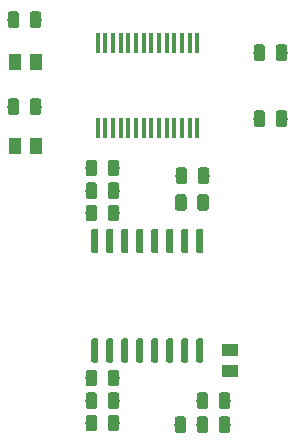
<source format=gbr>
G04 #@! TF.GenerationSoftware,KiCad,Pcbnew,(5.1.2)-2*
G04 #@! TF.CreationDate,2019-10-15T13:17:40+02:00*
G04 #@! TF.ProjectId,USB_UART_Iolated,5553425f-5541-4525-945f-496f6c617465,rev?*
G04 #@! TF.SameCoordinates,Original*
G04 #@! TF.FileFunction,Paste,Top*
G04 #@! TF.FilePolarity,Positive*
%FSLAX46Y46*%
G04 Gerber Fmt 4.6, Leading zero omitted, Abs format (unit mm)*
G04 Created by KiCad (PCBNEW (5.1.2)-2) date 2019-10-15 13:17:40*
%MOMM*%
%LPD*%
G04 APERTURE LIST*
%ADD10C,0.100000*%
%ADD11C,0.600000*%
%ADD12C,0.975000*%
%ADD13R,1.100000X1.400000*%
%ADD14R,0.450000X1.750000*%
%ADD15R,1.400000X1.100000*%
G04 APERTURE END LIST*
D10*
G36*
X144309703Y-115385722D02*
G01*
X144324264Y-115387882D01*
X144338543Y-115391459D01*
X144352403Y-115396418D01*
X144365710Y-115402712D01*
X144378336Y-115410280D01*
X144390159Y-115419048D01*
X144401066Y-115428934D01*
X144410952Y-115439841D01*
X144419720Y-115451664D01*
X144427288Y-115464290D01*
X144433582Y-115477597D01*
X144438541Y-115491457D01*
X144442118Y-115505736D01*
X144444278Y-115520297D01*
X144445000Y-115535000D01*
X144445000Y-117285000D01*
X144444278Y-117299703D01*
X144442118Y-117314264D01*
X144438541Y-117328543D01*
X144433582Y-117342403D01*
X144427288Y-117355710D01*
X144419720Y-117368336D01*
X144410952Y-117380159D01*
X144401066Y-117391066D01*
X144390159Y-117400952D01*
X144378336Y-117409720D01*
X144365710Y-117417288D01*
X144352403Y-117423582D01*
X144338543Y-117428541D01*
X144324264Y-117432118D01*
X144309703Y-117434278D01*
X144295000Y-117435000D01*
X143995000Y-117435000D01*
X143980297Y-117434278D01*
X143965736Y-117432118D01*
X143951457Y-117428541D01*
X143937597Y-117423582D01*
X143924290Y-117417288D01*
X143911664Y-117409720D01*
X143899841Y-117400952D01*
X143888934Y-117391066D01*
X143879048Y-117380159D01*
X143870280Y-117368336D01*
X143862712Y-117355710D01*
X143856418Y-117342403D01*
X143851459Y-117328543D01*
X143847882Y-117314264D01*
X143845722Y-117299703D01*
X143845000Y-117285000D01*
X143845000Y-115535000D01*
X143845722Y-115520297D01*
X143847882Y-115505736D01*
X143851459Y-115491457D01*
X143856418Y-115477597D01*
X143862712Y-115464290D01*
X143870280Y-115451664D01*
X143879048Y-115439841D01*
X143888934Y-115428934D01*
X143899841Y-115419048D01*
X143911664Y-115410280D01*
X143924290Y-115402712D01*
X143937597Y-115396418D01*
X143951457Y-115391459D01*
X143965736Y-115387882D01*
X143980297Y-115385722D01*
X143995000Y-115385000D01*
X144295000Y-115385000D01*
X144309703Y-115385722D01*
X144309703Y-115385722D01*
G37*
D11*
X144145000Y-116410000D03*
D10*
G36*
X143039703Y-115385722D02*
G01*
X143054264Y-115387882D01*
X143068543Y-115391459D01*
X143082403Y-115396418D01*
X143095710Y-115402712D01*
X143108336Y-115410280D01*
X143120159Y-115419048D01*
X143131066Y-115428934D01*
X143140952Y-115439841D01*
X143149720Y-115451664D01*
X143157288Y-115464290D01*
X143163582Y-115477597D01*
X143168541Y-115491457D01*
X143172118Y-115505736D01*
X143174278Y-115520297D01*
X143175000Y-115535000D01*
X143175000Y-117285000D01*
X143174278Y-117299703D01*
X143172118Y-117314264D01*
X143168541Y-117328543D01*
X143163582Y-117342403D01*
X143157288Y-117355710D01*
X143149720Y-117368336D01*
X143140952Y-117380159D01*
X143131066Y-117391066D01*
X143120159Y-117400952D01*
X143108336Y-117409720D01*
X143095710Y-117417288D01*
X143082403Y-117423582D01*
X143068543Y-117428541D01*
X143054264Y-117432118D01*
X143039703Y-117434278D01*
X143025000Y-117435000D01*
X142725000Y-117435000D01*
X142710297Y-117434278D01*
X142695736Y-117432118D01*
X142681457Y-117428541D01*
X142667597Y-117423582D01*
X142654290Y-117417288D01*
X142641664Y-117409720D01*
X142629841Y-117400952D01*
X142618934Y-117391066D01*
X142609048Y-117380159D01*
X142600280Y-117368336D01*
X142592712Y-117355710D01*
X142586418Y-117342403D01*
X142581459Y-117328543D01*
X142577882Y-117314264D01*
X142575722Y-117299703D01*
X142575000Y-117285000D01*
X142575000Y-115535000D01*
X142575722Y-115520297D01*
X142577882Y-115505736D01*
X142581459Y-115491457D01*
X142586418Y-115477597D01*
X142592712Y-115464290D01*
X142600280Y-115451664D01*
X142609048Y-115439841D01*
X142618934Y-115428934D01*
X142629841Y-115419048D01*
X142641664Y-115410280D01*
X142654290Y-115402712D01*
X142667597Y-115396418D01*
X142681457Y-115391459D01*
X142695736Y-115387882D01*
X142710297Y-115385722D01*
X142725000Y-115385000D01*
X143025000Y-115385000D01*
X143039703Y-115385722D01*
X143039703Y-115385722D01*
G37*
D11*
X142875000Y-116410000D03*
D10*
G36*
X136689703Y-115385722D02*
G01*
X136704264Y-115387882D01*
X136718543Y-115391459D01*
X136732403Y-115396418D01*
X136745710Y-115402712D01*
X136758336Y-115410280D01*
X136770159Y-115419048D01*
X136781066Y-115428934D01*
X136790952Y-115439841D01*
X136799720Y-115451664D01*
X136807288Y-115464290D01*
X136813582Y-115477597D01*
X136818541Y-115491457D01*
X136822118Y-115505736D01*
X136824278Y-115520297D01*
X136825000Y-115535000D01*
X136825000Y-117285000D01*
X136824278Y-117299703D01*
X136822118Y-117314264D01*
X136818541Y-117328543D01*
X136813582Y-117342403D01*
X136807288Y-117355710D01*
X136799720Y-117368336D01*
X136790952Y-117380159D01*
X136781066Y-117391066D01*
X136770159Y-117400952D01*
X136758336Y-117409720D01*
X136745710Y-117417288D01*
X136732403Y-117423582D01*
X136718543Y-117428541D01*
X136704264Y-117432118D01*
X136689703Y-117434278D01*
X136675000Y-117435000D01*
X136375000Y-117435000D01*
X136360297Y-117434278D01*
X136345736Y-117432118D01*
X136331457Y-117428541D01*
X136317597Y-117423582D01*
X136304290Y-117417288D01*
X136291664Y-117409720D01*
X136279841Y-117400952D01*
X136268934Y-117391066D01*
X136259048Y-117380159D01*
X136250280Y-117368336D01*
X136242712Y-117355710D01*
X136236418Y-117342403D01*
X136231459Y-117328543D01*
X136227882Y-117314264D01*
X136225722Y-117299703D01*
X136225000Y-117285000D01*
X136225000Y-115535000D01*
X136225722Y-115520297D01*
X136227882Y-115505736D01*
X136231459Y-115491457D01*
X136236418Y-115477597D01*
X136242712Y-115464290D01*
X136250280Y-115451664D01*
X136259048Y-115439841D01*
X136268934Y-115428934D01*
X136279841Y-115419048D01*
X136291664Y-115410280D01*
X136304290Y-115402712D01*
X136317597Y-115396418D01*
X136331457Y-115391459D01*
X136345736Y-115387882D01*
X136360297Y-115385722D01*
X136375000Y-115385000D01*
X136675000Y-115385000D01*
X136689703Y-115385722D01*
X136689703Y-115385722D01*
G37*
D11*
X136525000Y-116410000D03*
D10*
G36*
X139229703Y-106085722D02*
G01*
X139244264Y-106087882D01*
X139258543Y-106091459D01*
X139272403Y-106096418D01*
X139285710Y-106102712D01*
X139298336Y-106110280D01*
X139310159Y-106119048D01*
X139321066Y-106128934D01*
X139330952Y-106139841D01*
X139339720Y-106151664D01*
X139347288Y-106164290D01*
X139353582Y-106177597D01*
X139358541Y-106191457D01*
X139362118Y-106205736D01*
X139364278Y-106220297D01*
X139365000Y-106235000D01*
X139365000Y-107985000D01*
X139364278Y-107999703D01*
X139362118Y-108014264D01*
X139358541Y-108028543D01*
X139353582Y-108042403D01*
X139347288Y-108055710D01*
X139339720Y-108068336D01*
X139330952Y-108080159D01*
X139321066Y-108091066D01*
X139310159Y-108100952D01*
X139298336Y-108109720D01*
X139285710Y-108117288D01*
X139272403Y-108123582D01*
X139258543Y-108128541D01*
X139244264Y-108132118D01*
X139229703Y-108134278D01*
X139215000Y-108135000D01*
X138915000Y-108135000D01*
X138900297Y-108134278D01*
X138885736Y-108132118D01*
X138871457Y-108128541D01*
X138857597Y-108123582D01*
X138844290Y-108117288D01*
X138831664Y-108109720D01*
X138819841Y-108100952D01*
X138808934Y-108091066D01*
X138799048Y-108080159D01*
X138790280Y-108068336D01*
X138782712Y-108055710D01*
X138776418Y-108042403D01*
X138771459Y-108028543D01*
X138767882Y-108014264D01*
X138765722Y-107999703D01*
X138765000Y-107985000D01*
X138765000Y-106235000D01*
X138765722Y-106220297D01*
X138767882Y-106205736D01*
X138771459Y-106191457D01*
X138776418Y-106177597D01*
X138782712Y-106164290D01*
X138790280Y-106151664D01*
X138799048Y-106139841D01*
X138808934Y-106128934D01*
X138819841Y-106119048D01*
X138831664Y-106110280D01*
X138844290Y-106102712D01*
X138857597Y-106096418D01*
X138871457Y-106091459D01*
X138885736Y-106087882D01*
X138900297Y-106085722D01*
X138915000Y-106085000D01*
X139215000Y-106085000D01*
X139229703Y-106085722D01*
X139229703Y-106085722D01*
G37*
D11*
X139065000Y-107110000D03*
D10*
G36*
X135419703Y-106085722D02*
G01*
X135434264Y-106087882D01*
X135448543Y-106091459D01*
X135462403Y-106096418D01*
X135475710Y-106102712D01*
X135488336Y-106110280D01*
X135500159Y-106119048D01*
X135511066Y-106128934D01*
X135520952Y-106139841D01*
X135529720Y-106151664D01*
X135537288Y-106164290D01*
X135543582Y-106177597D01*
X135548541Y-106191457D01*
X135552118Y-106205736D01*
X135554278Y-106220297D01*
X135555000Y-106235000D01*
X135555000Y-107985000D01*
X135554278Y-107999703D01*
X135552118Y-108014264D01*
X135548541Y-108028543D01*
X135543582Y-108042403D01*
X135537288Y-108055710D01*
X135529720Y-108068336D01*
X135520952Y-108080159D01*
X135511066Y-108091066D01*
X135500159Y-108100952D01*
X135488336Y-108109720D01*
X135475710Y-108117288D01*
X135462403Y-108123582D01*
X135448543Y-108128541D01*
X135434264Y-108132118D01*
X135419703Y-108134278D01*
X135405000Y-108135000D01*
X135105000Y-108135000D01*
X135090297Y-108134278D01*
X135075736Y-108132118D01*
X135061457Y-108128541D01*
X135047597Y-108123582D01*
X135034290Y-108117288D01*
X135021664Y-108109720D01*
X135009841Y-108100952D01*
X134998934Y-108091066D01*
X134989048Y-108080159D01*
X134980280Y-108068336D01*
X134972712Y-108055710D01*
X134966418Y-108042403D01*
X134961459Y-108028543D01*
X134957882Y-108014264D01*
X134955722Y-107999703D01*
X134955000Y-107985000D01*
X134955000Y-106235000D01*
X134955722Y-106220297D01*
X134957882Y-106205736D01*
X134961459Y-106191457D01*
X134966418Y-106177597D01*
X134972712Y-106164290D01*
X134980280Y-106151664D01*
X134989048Y-106139841D01*
X134998934Y-106128934D01*
X135009841Y-106119048D01*
X135021664Y-106110280D01*
X135034290Y-106102712D01*
X135047597Y-106096418D01*
X135061457Y-106091459D01*
X135075736Y-106087882D01*
X135090297Y-106085722D01*
X135105000Y-106085000D01*
X135405000Y-106085000D01*
X135419703Y-106085722D01*
X135419703Y-106085722D01*
G37*
D11*
X135255000Y-107110000D03*
D10*
G36*
X139229703Y-115385722D02*
G01*
X139244264Y-115387882D01*
X139258543Y-115391459D01*
X139272403Y-115396418D01*
X139285710Y-115402712D01*
X139298336Y-115410280D01*
X139310159Y-115419048D01*
X139321066Y-115428934D01*
X139330952Y-115439841D01*
X139339720Y-115451664D01*
X139347288Y-115464290D01*
X139353582Y-115477597D01*
X139358541Y-115491457D01*
X139362118Y-115505736D01*
X139364278Y-115520297D01*
X139365000Y-115535000D01*
X139365000Y-117285000D01*
X139364278Y-117299703D01*
X139362118Y-117314264D01*
X139358541Y-117328543D01*
X139353582Y-117342403D01*
X139347288Y-117355710D01*
X139339720Y-117368336D01*
X139330952Y-117380159D01*
X139321066Y-117391066D01*
X139310159Y-117400952D01*
X139298336Y-117409720D01*
X139285710Y-117417288D01*
X139272403Y-117423582D01*
X139258543Y-117428541D01*
X139244264Y-117432118D01*
X139229703Y-117434278D01*
X139215000Y-117435000D01*
X138915000Y-117435000D01*
X138900297Y-117434278D01*
X138885736Y-117432118D01*
X138871457Y-117428541D01*
X138857597Y-117423582D01*
X138844290Y-117417288D01*
X138831664Y-117409720D01*
X138819841Y-117400952D01*
X138808934Y-117391066D01*
X138799048Y-117380159D01*
X138790280Y-117368336D01*
X138782712Y-117355710D01*
X138776418Y-117342403D01*
X138771459Y-117328543D01*
X138767882Y-117314264D01*
X138765722Y-117299703D01*
X138765000Y-117285000D01*
X138765000Y-115535000D01*
X138765722Y-115520297D01*
X138767882Y-115505736D01*
X138771459Y-115491457D01*
X138776418Y-115477597D01*
X138782712Y-115464290D01*
X138790280Y-115451664D01*
X138799048Y-115439841D01*
X138808934Y-115428934D01*
X138819841Y-115419048D01*
X138831664Y-115410280D01*
X138844290Y-115402712D01*
X138857597Y-115396418D01*
X138871457Y-115391459D01*
X138885736Y-115387882D01*
X138900297Y-115385722D01*
X138915000Y-115385000D01*
X139215000Y-115385000D01*
X139229703Y-115385722D01*
X139229703Y-115385722D01*
G37*
D11*
X139065000Y-116410000D03*
D10*
G36*
X144309703Y-106085722D02*
G01*
X144324264Y-106087882D01*
X144338543Y-106091459D01*
X144352403Y-106096418D01*
X144365710Y-106102712D01*
X144378336Y-106110280D01*
X144390159Y-106119048D01*
X144401066Y-106128934D01*
X144410952Y-106139841D01*
X144419720Y-106151664D01*
X144427288Y-106164290D01*
X144433582Y-106177597D01*
X144438541Y-106191457D01*
X144442118Y-106205736D01*
X144444278Y-106220297D01*
X144445000Y-106235000D01*
X144445000Y-107985000D01*
X144444278Y-107999703D01*
X144442118Y-108014264D01*
X144438541Y-108028543D01*
X144433582Y-108042403D01*
X144427288Y-108055710D01*
X144419720Y-108068336D01*
X144410952Y-108080159D01*
X144401066Y-108091066D01*
X144390159Y-108100952D01*
X144378336Y-108109720D01*
X144365710Y-108117288D01*
X144352403Y-108123582D01*
X144338543Y-108128541D01*
X144324264Y-108132118D01*
X144309703Y-108134278D01*
X144295000Y-108135000D01*
X143995000Y-108135000D01*
X143980297Y-108134278D01*
X143965736Y-108132118D01*
X143951457Y-108128541D01*
X143937597Y-108123582D01*
X143924290Y-108117288D01*
X143911664Y-108109720D01*
X143899841Y-108100952D01*
X143888934Y-108091066D01*
X143879048Y-108080159D01*
X143870280Y-108068336D01*
X143862712Y-108055710D01*
X143856418Y-108042403D01*
X143851459Y-108028543D01*
X143847882Y-108014264D01*
X143845722Y-107999703D01*
X143845000Y-107985000D01*
X143845000Y-106235000D01*
X143845722Y-106220297D01*
X143847882Y-106205736D01*
X143851459Y-106191457D01*
X143856418Y-106177597D01*
X143862712Y-106164290D01*
X143870280Y-106151664D01*
X143879048Y-106139841D01*
X143888934Y-106128934D01*
X143899841Y-106119048D01*
X143911664Y-106110280D01*
X143924290Y-106102712D01*
X143937597Y-106096418D01*
X143951457Y-106091459D01*
X143965736Y-106087882D01*
X143980297Y-106085722D01*
X143995000Y-106085000D01*
X144295000Y-106085000D01*
X144309703Y-106085722D01*
X144309703Y-106085722D01*
G37*
D11*
X144145000Y-107110000D03*
D10*
G36*
X137959703Y-106085722D02*
G01*
X137974264Y-106087882D01*
X137988543Y-106091459D01*
X138002403Y-106096418D01*
X138015710Y-106102712D01*
X138028336Y-106110280D01*
X138040159Y-106119048D01*
X138051066Y-106128934D01*
X138060952Y-106139841D01*
X138069720Y-106151664D01*
X138077288Y-106164290D01*
X138083582Y-106177597D01*
X138088541Y-106191457D01*
X138092118Y-106205736D01*
X138094278Y-106220297D01*
X138095000Y-106235000D01*
X138095000Y-107985000D01*
X138094278Y-107999703D01*
X138092118Y-108014264D01*
X138088541Y-108028543D01*
X138083582Y-108042403D01*
X138077288Y-108055710D01*
X138069720Y-108068336D01*
X138060952Y-108080159D01*
X138051066Y-108091066D01*
X138040159Y-108100952D01*
X138028336Y-108109720D01*
X138015710Y-108117288D01*
X138002403Y-108123582D01*
X137988543Y-108128541D01*
X137974264Y-108132118D01*
X137959703Y-108134278D01*
X137945000Y-108135000D01*
X137645000Y-108135000D01*
X137630297Y-108134278D01*
X137615736Y-108132118D01*
X137601457Y-108128541D01*
X137587597Y-108123582D01*
X137574290Y-108117288D01*
X137561664Y-108109720D01*
X137549841Y-108100952D01*
X137538934Y-108091066D01*
X137529048Y-108080159D01*
X137520280Y-108068336D01*
X137512712Y-108055710D01*
X137506418Y-108042403D01*
X137501459Y-108028543D01*
X137497882Y-108014264D01*
X137495722Y-107999703D01*
X137495000Y-107985000D01*
X137495000Y-106235000D01*
X137495722Y-106220297D01*
X137497882Y-106205736D01*
X137501459Y-106191457D01*
X137506418Y-106177597D01*
X137512712Y-106164290D01*
X137520280Y-106151664D01*
X137529048Y-106139841D01*
X137538934Y-106128934D01*
X137549841Y-106119048D01*
X137561664Y-106110280D01*
X137574290Y-106102712D01*
X137587597Y-106096418D01*
X137601457Y-106091459D01*
X137615736Y-106087882D01*
X137630297Y-106085722D01*
X137645000Y-106085000D01*
X137945000Y-106085000D01*
X137959703Y-106085722D01*
X137959703Y-106085722D01*
G37*
D11*
X137795000Y-107110000D03*
D10*
G36*
X137959703Y-115385722D02*
G01*
X137974264Y-115387882D01*
X137988543Y-115391459D01*
X138002403Y-115396418D01*
X138015710Y-115402712D01*
X138028336Y-115410280D01*
X138040159Y-115419048D01*
X138051066Y-115428934D01*
X138060952Y-115439841D01*
X138069720Y-115451664D01*
X138077288Y-115464290D01*
X138083582Y-115477597D01*
X138088541Y-115491457D01*
X138092118Y-115505736D01*
X138094278Y-115520297D01*
X138095000Y-115535000D01*
X138095000Y-117285000D01*
X138094278Y-117299703D01*
X138092118Y-117314264D01*
X138088541Y-117328543D01*
X138083582Y-117342403D01*
X138077288Y-117355710D01*
X138069720Y-117368336D01*
X138060952Y-117380159D01*
X138051066Y-117391066D01*
X138040159Y-117400952D01*
X138028336Y-117409720D01*
X138015710Y-117417288D01*
X138002403Y-117423582D01*
X137988543Y-117428541D01*
X137974264Y-117432118D01*
X137959703Y-117434278D01*
X137945000Y-117435000D01*
X137645000Y-117435000D01*
X137630297Y-117434278D01*
X137615736Y-117432118D01*
X137601457Y-117428541D01*
X137587597Y-117423582D01*
X137574290Y-117417288D01*
X137561664Y-117409720D01*
X137549841Y-117400952D01*
X137538934Y-117391066D01*
X137529048Y-117380159D01*
X137520280Y-117368336D01*
X137512712Y-117355710D01*
X137506418Y-117342403D01*
X137501459Y-117328543D01*
X137497882Y-117314264D01*
X137495722Y-117299703D01*
X137495000Y-117285000D01*
X137495000Y-115535000D01*
X137495722Y-115520297D01*
X137497882Y-115505736D01*
X137501459Y-115491457D01*
X137506418Y-115477597D01*
X137512712Y-115464290D01*
X137520280Y-115451664D01*
X137529048Y-115439841D01*
X137538934Y-115428934D01*
X137549841Y-115419048D01*
X137561664Y-115410280D01*
X137574290Y-115402712D01*
X137587597Y-115396418D01*
X137601457Y-115391459D01*
X137615736Y-115387882D01*
X137630297Y-115385722D01*
X137645000Y-115385000D01*
X137945000Y-115385000D01*
X137959703Y-115385722D01*
X137959703Y-115385722D01*
G37*
D11*
X137795000Y-116410000D03*
D10*
G36*
X140499703Y-106085722D02*
G01*
X140514264Y-106087882D01*
X140528543Y-106091459D01*
X140542403Y-106096418D01*
X140555710Y-106102712D01*
X140568336Y-106110280D01*
X140580159Y-106119048D01*
X140591066Y-106128934D01*
X140600952Y-106139841D01*
X140609720Y-106151664D01*
X140617288Y-106164290D01*
X140623582Y-106177597D01*
X140628541Y-106191457D01*
X140632118Y-106205736D01*
X140634278Y-106220297D01*
X140635000Y-106235000D01*
X140635000Y-107985000D01*
X140634278Y-107999703D01*
X140632118Y-108014264D01*
X140628541Y-108028543D01*
X140623582Y-108042403D01*
X140617288Y-108055710D01*
X140609720Y-108068336D01*
X140600952Y-108080159D01*
X140591066Y-108091066D01*
X140580159Y-108100952D01*
X140568336Y-108109720D01*
X140555710Y-108117288D01*
X140542403Y-108123582D01*
X140528543Y-108128541D01*
X140514264Y-108132118D01*
X140499703Y-108134278D01*
X140485000Y-108135000D01*
X140185000Y-108135000D01*
X140170297Y-108134278D01*
X140155736Y-108132118D01*
X140141457Y-108128541D01*
X140127597Y-108123582D01*
X140114290Y-108117288D01*
X140101664Y-108109720D01*
X140089841Y-108100952D01*
X140078934Y-108091066D01*
X140069048Y-108080159D01*
X140060280Y-108068336D01*
X140052712Y-108055710D01*
X140046418Y-108042403D01*
X140041459Y-108028543D01*
X140037882Y-108014264D01*
X140035722Y-107999703D01*
X140035000Y-107985000D01*
X140035000Y-106235000D01*
X140035722Y-106220297D01*
X140037882Y-106205736D01*
X140041459Y-106191457D01*
X140046418Y-106177597D01*
X140052712Y-106164290D01*
X140060280Y-106151664D01*
X140069048Y-106139841D01*
X140078934Y-106128934D01*
X140089841Y-106119048D01*
X140101664Y-106110280D01*
X140114290Y-106102712D01*
X140127597Y-106096418D01*
X140141457Y-106091459D01*
X140155736Y-106087882D01*
X140170297Y-106085722D01*
X140185000Y-106085000D01*
X140485000Y-106085000D01*
X140499703Y-106085722D01*
X140499703Y-106085722D01*
G37*
D11*
X140335000Y-107110000D03*
D10*
G36*
X141769703Y-115385722D02*
G01*
X141784264Y-115387882D01*
X141798543Y-115391459D01*
X141812403Y-115396418D01*
X141825710Y-115402712D01*
X141838336Y-115410280D01*
X141850159Y-115419048D01*
X141861066Y-115428934D01*
X141870952Y-115439841D01*
X141879720Y-115451664D01*
X141887288Y-115464290D01*
X141893582Y-115477597D01*
X141898541Y-115491457D01*
X141902118Y-115505736D01*
X141904278Y-115520297D01*
X141905000Y-115535000D01*
X141905000Y-117285000D01*
X141904278Y-117299703D01*
X141902118Y-117314264D01*
X141898541Y-117328543D01*
X141893582Y-117342403D01*
X141887288Y-117355710D01*
X141879720Y-117368336D01*
X141870952Y-117380159D01*
X141861066Y-117391066D01*
X141850159Y-117400952D01*
X141838336Y-117409720D01*
X141825710Y-117417288D01*
X141812403Y-117423582D01*
X141798543Y-117428541D01*
X141784264Y-117432118D01*
X141769703Y-117434278D01*
X141755000Y-117435000D01*
X141455000Y-117435000D01*
X141440297Y-117434278D01*
X141425736Y-117432118D01*
X141411457Y-117428541D01*
X141397597Y-117423582D01*
X141384290Y-117417288D01*
X141371664Y-117409720D01*
X141359841Y-117400952D01*
X141348934Y-117391066D01*
X141339048Y-117380159D01*
X141330280Y-117368336D01*
X141322712Y-117355710D01*
X141316418Y-117342403D01*
X141311459Y-117328543D01*
X141307882Y-117314264D01*
X141305722Y-117299703D01*
X141305000Y-117285000D01*
X141305000Y-115535000D01*
X141305722Y-115520297D01*
X141307882Y-115505736D01*
X141311459Y-115491457D01*
X141316418Y-115477597D01*
X141322712Y-115464290D01*
X141330280Y-115451664D01*
X141339048Y-115439841D01*
X141348934Y-115428934D01*
X141359841Y-115419048D01*
X141371664Y-115410280D01*
X141384290Y-115402712D01*
X141397597Y-115396418D01*
X141411457Y-115391459D01*
X141425736Y-115387882D01*
X141440297Y-115385722D01*
X141455000Y-115385000D01*
X141755000Y-115385000D01*
X141769703Y-115385722D01*
X141769703Y-115385722D01*
G37*
D11*
X141605000Y-116410000D03*
D10*
G36*
X140499703Y-115385722D02*
G01*
X140514264Y-115387882D01*
X140528543Y-115391459D01*
X140542403Y-115396418D01*
X140555710Y-115402712D01*
X140568336Y-115410280D01*
X140580159Y-115419048D01*
X140591066Y-115428934D01*
X140600952Y-115439841D01*
X140609720Y-115451664D01*
X140617288Y-115464290D01*
X140623582Y-115477597D01*
X140628541Y-115491457D01*
X140632118Y-115505736D01*
X140634278Y-115520297D01*
X140635000Y-115535000D01*
X140635000Y-117285000D01*
X140634278Y-117299703D01*
X140632118Y-117314264D01*
X140628541Y-117328543D01*
X140623582Y-117342403D01*
X140617288Y-117355710D01*
X140609720Y-117368336D01*
X140600952Y-117380159D01*
X140591066Y-117391066D01*
X140580159Y-117400952D01*
X140568336Y-117409720D01*
X140555710Y-117417288D01*
X140542403Y-117423582D01*
X140528543Y-117428541D01*
X140514264Y-117432118D01*
X140499703Y-117434278D01*
X140485000Y-117435000D01*
X140185000Y-117435000D01*
X140170297Y-117434278D01*
X140155736Y-117432118D01*
X140141457Y-117428541D01*
X140127597Y-117423582D01*
X140114290Y-117417288D01*
X140101664Y-117409720D01*
X140089841Y-117400952D01*
X140078934Y-117391066D01*
X140069048Y-117380159D01*
X140060280Y-117368336D01*
X140052712Y-117355710D01*
X140046418Y-117342403D01*
X140041459Y-117328543D01*
X140037882Y-117314264D01*
X140035722Y-117299703D01*
X140035000Y-117285000D01*
X140035000Y-115535000D01*
X140035722Y-115520297D01*
X140037882Y-115505736D01*
X140041459Y-115491457D01*
X140046418Y-115477597D01*
X140052712Y-115464290D01*
X140060280Y-115451664D01*
X140069048Y-115439841D01*
X140078934Y-115428934D01*
X140089841Y-115419048D01*
X140101664Y-115410280D01*
X140114290Y-115402712D01*
X140127597Y-115396418D01*
X140141457Y-115391459D01*
X140155736Y-115387882D01*
X140170297Y-115385722D01*
X140185000Y-115385000D01*
X140485000Y-115385000D01*
X140499703Y-115385722D01*
X140499703Y-115385722D01*
G37*
D11*
X140335000Y-116410000D03*
D10*
G36*
X143039703Y-106085722D02*
G01*
X143054264Y-106087882D01*
X143068543Y-106091459D01*
X143082403Y-106096418D01*
X143095710Y-106102712D01*
X143108336Y-106110280D01*
X143120159Y-106119048D01*
X143131066Y-106128934D01*
X143140952Y-106139841D01*
X143149720Y-106151664D01*
X143157288Y-106164290D01*
X143163582Y-106177597D01*
X143168541Y-106191457D01*
X143172118Y-106205736D01*
X143174278Y-106220297D01*
X143175000Y-106235000D01*
X143175000Y-107985000D01*
X143174278Y-107999703D01*
X143172118Y-108014264D01*
X143168541Y-108028543D01*
X143163582Y-108042403D01*
X143157288Y-108055710D01*
X143149720Y-108068336D01*
X143140952Y-108080159D01*
X143131066Y-108091066D01*
X143120159Y-108100952D01*
X143108336Y-108109720D01*
X143095710Y-108117288D01*
X143082403Y-108123582D01*
X143068543Y-108128541D01*
X143054264Y-108132118D01*
X143039703Y-108134278D01*
X143025000Y-108135000D01*
X142725000Y-108135000D01*
X142710297Y-108134278D01*
X142695736Y-108132118D01*
X142681457Y-108128541D01*
X142667597Y-108123582D01*
X142654290Y-108117288D01*
X142641664Y-108109720D01*
X142629841Y-108100952D01*
X142618934Y-108091066D01*
X142609048Y-108080159D01*
X142600280Y-108068336D01*
X142592712Y-108055710D01*
X142586418Y-108042403D01*
X142581459Y-108028543D01*
X142577882Y-108014264D01*
X142575722Y-107999703D01*
X142575000Y-107985000D01*
X142575000Y-106235000D01*
X142575722Y-106220297D01*
X142577882Y-106205736D01*
X142581459Y-106191457D01*
X142586418Y-106177597D01*
X142592712Y-106164290D01*
X142600280Y-106151664D01*
X142609048Y-106139841D01*
X142618934Y-106128934D01*
X142629841Y-106119048D01*
X142641664Y-106110280D01*
X142654290Y-106102712D01*
X142667597Y-106096418D01*
X142681457Y-106091459D01*
X142695736Y-106087882D01*
X142710297Y-106085722D01*
X142725000Y-106085000D01*
X143025000Y-106085000D01*
X143039703Y-106085722D01*
X143039703Y-106085722D01*
G37*
D11*
X142875000Y-107110000D03*
D10*
G36*
X135419703Y-115385722D02*
G01*
X135434264Y-115387882D01*
X135448543Y-115391459D01*
X135462403Y-115396418D01*
X135475710Y-115402712D01*
X135488336Y-115410280D01*
X135500159Y-115419048D01*
X135511066Y-115428934D01*
X135520952Y-115439841D01*
X135529720Y-115451664D01*
X135537288Y-115464290D01*
X135543582Y-115477597D01*
X135548541Y-115491457D01*
X135552118Y-115505736D01*
X135554278Y-115520297D01*
X135555000Y-115535000D01*
X135555000Y-117285000D01*
X135554278Y-117299703D01*
X135552118Y-117314264D01*
X135548541Y-117328543D01*
X135543582Y-117342403D01*
X135537288Y-117355710D01*
X135529720Y-117368336D01*
X135520952Y-117380159D01*
X135511066Y-117391066D01*
X135500159Y-117400952D01*
X135488336Y-117409720D01*
X135475710Y-117417288D01*
X135462403Y-117423582D01*
X135448543Y-117428541D01*
X135434264Y-117432118D01*
X135419703Y-117434278D01*
X135405000Y-117435000D01*
X135105000Y-117435000D01*
X135090297Y-117434278D01*
X135075736Y-117432118D01*
X135061457Y-117428541D01*
X135047597Y-117423582D01*
X135034290Y-117417288D01*
X135021664Y-117409720D01*
X135009841Y-117400952D01*
X134998934Y-117391066D01*
X134989048Y-117380159D01*
X134980280Y-117368336D01*
X134972712Y-117355710D01*
X134966418Y-117342403D01*
X134961459Y-117328543D01*
X134957882Y-117314264D01*
X134955722Y-117299703D01*
X134955000Y-117285000D01*
X134955000Y-115535000D01*
X134955722Y-115520297D01*
X134957882Y-115505736D01*
X134961459Y-115491457D01*
X134966418Y-115477597D01*
X134972712Y-115464290D01*
X134980280Y-115451664D01*
X134989048Y-115439841D01*
X134998934Y-115428934D01*
X135009841Y-115419048D01*
X135021664Y-115410280D01*
X135034290Y-115402712D01*
X135047597Y-115396418D01*
X135061457Y-115391459D01*
X135075736Y-115387882D01*
X135090297Y-115385722D01*
X135105000Y-115385000D01*
X135405000Y-115385000D01*
X135419703Y-115385722D01*
X135419703Y-115385722D01*
G37*
D11*
X135255000Y-116410000D03*
D10*
G36*
X136689703Y-106085722D02*
G01*
X136704264Y-106087882D01*
X136718543Y-106091459D01*
X136732403Y-106096418D01*
X136745710Y-106102712D01*
X136758336Y-106110280D01*
X136770159Y-106119048D01*
X136781066Y-106128934D01*
X136790952Y-106139841D01*
X136799720Y-106151664D01*
X136807288Y-106164290D01*
X136813582Y-106177597D01*
X136818541Y-106191457D01*
X136822118Y-106205736D01*
X136824278Y-106220297D01*
X136825000Y-106235000D01*
X136825000Y-107985000D01*
X136824278Y-107999703D01*
X136822118Y-108014264D01*
X136818541Y-108028543D01*
X136813582Y-108042403D01*
X136807288Y-108055710D01*
X136799720Y-108068336D01*
X136790952Y-108080159D01*
X136781066Y-108091066D01*
X136770159Y-108100952D01*
X136758336Y-108109720D01*
X136745710Y-108117288D01*
X136732403Y-108123582D01*
X136718543Y-108128541D01*
X136704264Y-108132118D01*
X136689703Y-108134278D01*
X136675000Y-108135000D01*
X136375000Y-108135000D01*
X136360297Y-108134278D01*
X136345736Y-108132118D01*
X136331457Y-108128541D01*
X136317597Y-108123582D01*
X136304290Y-108117288D01*
X136291664Y-108109720D01*
X136279841Y-108100952D01*
X136268934Y-108091066D01*
X136259048Y-108080159D01*
X136250280Y-108068336D01*
X136242712Y-108055710D01*
X136236418Y-108042403D01*
X136231459Y-108028543D01*
X136227882Y-108014264D01*
X136225722Y-107999703D01*
X136225000Y-107985000D01*
X136225000Y-106235000D01*
X136225722Y-106220297D01*
X136227882Y-106205736D01*
X136231459Y-106191457D01*
X136236418Y-106177597D01*
X136242712Y-106164290D01*
X136250280Y-106151664D01*
X136259048Y-106139841D01*
X136268934Y-106128934D01*
X136279841Y-106119048D01*
X136291664Y-106110280D01*
X136304290Y-106102712D01*
X136317597Y-106096418D01*
X136331457Y-106091459D01*
X136345736Y-106087882D01*
X136360297Y-106085722D01*
X136375000Y-106085000D01*
X136675000Y-106085000D01*
X136689703Y-106085722D01*
X136689703Y-106085722D01*
G37*
D11*
X136525000Y-107110000D03*
D10*
G36*
X141769703Y-106085722D02*
G01*
X141784264Y-106087882D01*
X141798543Y-106091459D01*
X141812403Y-106096418D01*
X141825710Y-106102712D01*
X141838336Y-106110280D01*
X141850159Y-106119048D01*
X141861066Y-106128934D01*
X141870952Y-106139841D01*
X141879720Y-106151664D01*
X141887288Y-106164290D01*
X141893582Y-106177597D01*
X141898541Y-106191457D01*
X141902118Y-106205736D01*
X141904278Y-106220297D01*
X141905000Y-106235000D01*
X141905000Y-107985000D01*
X141904278Y-107999703D01*
X141902118Y-108014264D01*
X141898541Y-108028543D01*
X141893582Y-108042403D01*
X141887288Y-108055710D01*
X141879720Y-108068336D01*
X141870952Y-108080159D01*
X141861066Y-108091066D01*
X141850159Y-108100952D01*
X141838336Y-108109720D01*
X141825710Y-108117288D01*
X141812403Y-108123582D01*
X141798543Y-108128541D01*
X141784264Y-108132118D01*
X141769703Y-108134278D01*
X141755000Y-108135000D01*
X141455000Y-108135000D01*
X141440297Y-108134278D01*
X141425736Y-108132118D01*
X141411457Y-108128541D01*
X141397597Y-108123582D01*
X141384290Y-108117288D01*
X141371664Y-108109720D01*
X141359841Y-108100952D01*
X141348934Y-108091066D01*
X141339048Y-108080159D01*
X141330280Y-108068336D01*
X141322712Y-108055710D01*
X141316418Y-108042403D01*
X141311459Y-108028543D01*
X141307882Y-108014264D01*
X141305722Y-107999703D01*
X141305000Y-107985000D01*
X141305000Y-106235000D01*
X141305722Y-106220297D01*
X141307882Y-106205736D01*
X141311459Y-106191457D01*
X141316418Y-106177597D01*
X141322712Y-106164290D01*
X141330280Y-106151664D01*
X141339048Y-106139841D01*
X141348934Y-106128934D01*
X141359841Y-106119048D01*
X141371664Y-106110280D01*
X141384290Y-106102712D01*
X141397597Y-106096418D01*
X141411457Y-106091459D01*
X141425736Y-106087882D01*
X141440297Y-106085722D01*
X141455000Y-106085000D01*
X141755000Y-106085000D01*
X141769703Y-106085722D01*
X141769703Y-106085722D01*
G37*
D11*
X141605000Y-107110000D03*
D10*
G36*
X137095142Y-121856174D02*
G01*
X137118803Y-121859684D01*
X137142007Y-121865496D01*
X137164529Y-121873554D01*
X137186153Y-121883782D01*
X137206670Y-121896079D01*
X137225883Y-121910329D01*
X137243607Y-121926393D01*
X137259671Y-121944117D01*
X137273921Y-121963330D01*
X137286218Y-121983847D01*
X137296446Y-122005471D01*
X137304504Y-122027993D01*
X137310316Y-122051197D01*
X137313826Y-122074858D01*
X137315000Y-122098750D01*
X137315000Y-123011250D01*
X137313826Y-123035142D01*
X137310316Y-123058803D01*
X137304504Y-123082007D01*
X137296446Y-123104529D01*
X137286218Y-123126153D01*
X137273921Y-123146670D01*
X137259671Y-123165883D01*
X137243607Y-123183607D01*
X137225883Y-123199671D01*
X137206670Y-123213921D01*
X137186153Y-123226218D01*
X137164529Y-123236446D01*
X137142007Y-123244504D01*
X137118803Y-123250316D01*
X137095142Y-123253826D01*
X137071250Y-123255000D01*
X136583750Y-123255000D01*
X136559858Y-123253826D01*
X136536197Y-123250316D01*
X136512993Y-123244504D01*
X136490471Y-123236446D01*
X136468847Y-123226218D01*
X136448330Y-123213921D01*
X136429117Y-123199671D01*
X136411393Y-123183607D01*
X136395329Y-123165883D01*
X136381079Y-123146670D01*
X136368782Y-123126153D01*
X136358554Y-123104529D01*
X136350496Y-123082007D01*
X136344684Y-123058803D01*
X136341174Y-123035142D01*
X136340000Y-123011250D01*
X136340000Y-122098750D01*
X136341174Y-122074858D01*
X136344684Y-122051197D01*
X136350496Y-122027993D01*
X136358554Y-122005471D01*
X136368782Y-121983847D01*
X136381079Y-121963330D01*
X136395329Y-121944117D01*
X136411393Y-121926393D01*
X136429117Y-121910329D01*
X136448330Y-121896079D01*
X136468847Y-121883782D01*
X136490471Y-121873554D01*
X136512993Y-121865496D01*
X136536197Y-121859684D01*
X136559858Y-121856174D01*
X136583750Y-121855000D01*
X137071250Y-121855000D01*
X137095142Y-121856174D01*
X137095142Y-121856174D01*
G37*
D12*
X136827500Y-122555000D03*
D10*
G36*
X135220142Y-121856174D02*
G01*
X135243803Y-121859684D01*
X135267007Y-121865496D01*
X135289529Y-121873554D01*
X135311153Y-121883782D01*
X135331670Y-121896079D01*
X135350883Y-121910329D01*
X135368607Y-121926393D01*
X135384671Y-121944117D01*
X135398921Y-121963330D01*
X135411218Y-121983847D01*
X135421446Y-122005471D01*
X135429504Y-122027993D01*
X135435316Y-122051197D01*
X135438826Y-122074858D01*
X135440000Y-122098750D01*
X135440000Y-123011250D01*
X135438826Y-123035142D01*
X135435316Y-123058803D01*
X135429504Y-123082007D01*
X135421446Y-123104529D01*
X135411218Y-123126153D01*
X135398921Y-123146670D01*
X135384671Y-123165883D01*
X135368607Y-123183607D01*
X135350883Y-123199671D01*
X135331670Y-123213921D01*
X135311153Y-123226218D01*
X135289529Y-123236446D01*
X135267007Y-123244504D01*
X135243803Y-123250316D01*
X135220142Y-123253826D01*
X135196250Y-123255000D01*
X134708750Y-123255000D01*
X134684858Y-123253826D01*
X134661197Y-123250316D01*
X134637993Y-123244504D01*
X134615471Y-123236446D01*
X134593847Y-123226218D01*
X134573330Y-123213921D01*
X134554117Y-123199671D01*
X134536393Y-123183607D01*
X134520329Y-123165883D01*
X134506079Y-123146670D01*
X134493782Y-123126153D01*
X134483554Y-123104529D01*
X134475496Y-123082007D01*
X134469684Y-123058803D01*
X134466174Y-123035142D01*
X134465000Y-123011250D01*
X134465000Y-122098750D01*
X134466174Y-122074858D01*
X134469684Y-122051197D01*
X134475496Y-122027993D01*
X134483554Y-122005471D01*
X134493782Y-121983847D01*
X134506079Y-121963330D01*
X134520329Y-121944117D01*
X134536393Y-121926393D01*
X134554117Y-121910329D01*
X134573330Y-121896079D01*
X134593847Y-121883782D01*
X134615471Y-121873554D01*
X134637993Y-121865496D01*
X134661197Y-121859684D01*
X134684858Y-121856174D01*
X134708750Y-121855000D01*
X135196250Y-121855000D01*
X135220142Y-121856174D01*
X135220142Y-121856174D01*
G37*
D12*
X134952500Y-122555000D03*
D10*
G36*
X135220142Y-119951174D02*
G01*
X135243803Y-119954684D01*
X135267007Y-119960496D01*
X135289529Y-119968554D01*
X135311153Y-119978782D01*
X135331670Y-119991079D01*
X135350883Y-120005329D01*
X135368607Y-120021393D01*
X135384671Y-120039117D01*
X135398921Y-120058330D01*
X135411218Y-120078847D01*
X135421446Y-120100471D01*
X135429504Y-120122993D01*
X135435316Y-120146197D01*
X135438826Y-120169858D01*
X135440000Y-120193750D01*
X135440000Y-121106250D01*
X135438826Y-121130142D01*
X135435316Y-121153803D01*
X135429504Y-121177007D01*
X135421446Y-121199529D01*
X135411218Y-121221153D01*
X135398921Y-121241670D01*
X135384671Y-121260883D01*
X135368607Y-121278607D01*
X135350883Y-121294671D01*
X135331670Y-121308921D01*
X135311153Y-121321218D01*
X135289529Y-121331446D01*
X135267007Y-121339504D01*
X135243803Y-121345316D01*
X135220142Y-121348826D01*
X135196250Y-121350000D01*
X134708750Y-121350000D01*
X134684858Y-121348826D01*
X134661197Y-121345316D01*
X134637993Y-121339504D01*
X134615471Y-121331446D01*
X134593847Y-121321218D01*
X134573330Y-121308921D01*
X134554117Y-121294671D01*
X134536393Y-121278607D01*
X134520329Y-121260883D01*
X134506079Y-121241670D01*
X134493782Y-121221153D01*
X134483554Y-121199529D01*
X134475496Y-121177007D01*
X134469684Y-121153803D01*
X134466174Y-121130142D01*
X134465000Y-121106250D01*
X134465000Y-120193750D01*
X134466174Y-120169858D01*
X134469684Y-120146197D01*
X134475496Y-120122993D01*
X134483554Y-120100471D01*
X134493782Y-120078847D01*
X134506079Y-120058330D01*
X134520329Y-120039117D01*
X134536393Y-120021393D01*
X134554117Y-120005329D01*
X134573330Y-119991079D01*
X134593847Y-119978782D01*
X134615471Y-119968554D01*
X134637993Y-119960496D01*
X134661197Y-119954684D01*
X134684858Y-119951174D01*
X134708750Y-119950000D01*
X135196250Y-119950000D01*
X135220142Y-119951174D01*
X135220142Y-119951174D01*
G37*
D12*
X134952500Y-120650000D03*
D10*
G36*
X137095142Y-119951174D02*
G01*
X137118803Y-119954684D01*
X137142007Y-119960496D01*
X137164529Y-119968554D01*
X137186153Y-119978782D01*
X137206670Y-119991079D01*
X137225883Y-120005329D01*
X137243607Y-120021393D01*
X137259671Y-120039117D01*
X137273921Y-120058330D01*
X137286218Y-120078847D01*
X137296446Y-120100471D01*
X137304504Y-120122993D01*
X137310316Y-120146197D01*
X137313826Y-120169858D01*
X137315000Y-120193750D01*
X137315000Y-121106250D01*
X137313826Y-121130142D01*
X137310316Y-121153803D01*
X137304504Y-121177007D01*
X137296446Y-121199529D01*
X137286218Y-121221153D01*
X137273921Y-121241670D01*
X137259671Y-121260883D01*
X137243607Y-121278607D01*
X137225883Y-121294671D01*
X137206670Y-121308921D01*
X137186153Y-121321218D01*
X137164529Y-121331446D01*
X137142007Y-121339504D01*
X137118803Y-121345316D01*
X137095142Y-121348826D01*
X137071250Y-121350000D01*
X136583750Y-121350000D01*
X136559858Y-121348826D01*
X136536197Y-121345316D01*
X136512993Y-121339504D01*
X136490471Y-121331446D01*
X136468847Y-121321218D01*
X136448330Y-121308921D01*
X136429117Y-121294671D01*
X136411393Y-121278607D01*
X136395329Y-121260883D01*
X136381079Y-121241670D01*
X136368782Y-121221153D01*
X136358554Y-121199529D01*
X136350496Y-121177007D01*
X136344684Y-121153803D01*
X136341174Y-121130142D01*
X136340000Y-121106250D01*
X136340000Y-120193750D01*
X136341174Y-120169858D01*
X136344684Y-120146197D01*
X136350496Y-120122993D01*
X136358554Y-120100471D01*
X136368782Y-120078847D01*
X136381079Y-120058330D01*
X136395329Y-120039117D01*
X136411393Y-120021393D01*
X136429117Y-120005329D01*
X136448330Y-119991079D01*
X136468847Y-119978782D01*
X136490471Y-119968554D01*
X136512993Y-119960496D01*
X136536197Y-119954684D01*
X136559858Y-119951174D01*
X136583750Y-119950000D01*
X137071250Y-119950000D01*
X137095142Y-119951174D01*
X137095142Y-119951174D01*
G37*
D12*
X136827500Y-120650000D03*
D10*
G36*
X137095142Y-118046174D02*
G01*
X137118803Y-118049684D01*
X137142007Y-118055496D01*
X137164529Y-118063554D01*
X137186153Y-118073782D01*
X137206670Y-118086079D01*
X137225883Y-118100329D01*
X137243607Y-118116393D01*
X137259671Y-118134117D01*
X137273921Y-118153330D01*
X137286218Y-118173847D01*
X137296446Y-118195471D01*
X137304504Y-118217993D01*
X137310316Y-118241197D01*
X137313826Y-118264858D01*
X137315000Y-118288750D01*
X137315000Y-119201250D01*
X137313826Y-119225142D01*
X137310316Y-119248803D01*
X137304504Y-119272007D01*
X137296446Y-119294529D01*
X137286218Y-119316153D01*
X137273921Y-119336670D01*
X137259671Y-119355883D01*
X137243607Y-119373607D01*
X137225883Y-119389671D01*
X137206670Y-119403921D01*
X137186153Y-119416218D01*
X137164529Y-119426446D01*
X137142007Y-119434504D01*
X137118803Y-119440316D01*
X137095142Y-119443826D01*
X137071250Y-119445000D01*
X136583750Y-119445000D01*
X136559858Y-119443826D01*
X136536197Y-119440316D01*
X136512993Y-119434504D01*
X136490471Y-119426446D01*
X136468847Y-119416218D01*
X136448330Y-119403921D01*
X136429117Y-119389671D01*
X136411393Y-119373607D01*
X136395329Y-119355883D01*
X136381079Y-119336670D01*
X136368782Y-119316153D01*
X136358554Y-119294529D01*
X136350496Y-119272007D01*
X136344684Y-119248803D01*
X136341174Y-119225142D01*
X136340000Y-119201250D01*
X136340000Y-118288750D01*
X136341174Y-118264858D01*
X136344684Y-118241197D01*
X136350496Y-118217993D01*
X136358554Y-118195471D01*
X136368782Y-118173847D01*
X136381079Y-118153330D01*
X136395329Y-118134117D01*
X136411393Y-118116393D01*
X136429117Y-118100329D01*
X136448330Y-118086079D01*
X136468847Y-118073782D01*
X136490471Y-118063554D01*
X136512993Y-118055496D01*
X136536197Y-118049684D01*
X136559858Y-118046174D01*
X136583750Y-118045000D01*
X137071250Y-118045000D01*
X137095142Y-118046174D01*
X137095142Y-118046174D01*
G37*
D12*
X136827500Y-118745000D03*
D10*
G36*
X135220142Y-118046174D02*
G01*
X135243803Y-118049684D01*
X135267007Y-118055496D01*
X135289529Y-118063554D01*
X135311153Y-118073782D01*
X135331670Y-118086079D01*
X135350883Y-118100329D01*
X135368607Y-118116393D01*
X135384671Y-118134117D01*
X135398921Y-118153330D01*
X135411218Y-118173847D01*
X135421446Y-118195471D01*
X135429504Y-118217993D01*
X135435316Y-118241197D01*
X135438826Y-118264858D01*
X135440000Y-118288750D01*
X135440000Y-119201250D01*
X135438826Y-119225142D01*
X135435316Y-119248803D01*
X135429504Y-119272007D01*
X135421446Y-119294529D01*
X135411218Y-119316153D01*
X135398921Y-119336670D01*
X135384671Y-119355883D01*
X135368607Y-119373607D01*
X135350883Y-119389671D01*
X135331670Y-119403921D01*
X135311153Y-119416218D01*
X135289529Y-119426446D01*
X135267007Y-119434504D01*
X135243803Y-119440316D01*
X135220142Y-119443826D01*
X135196250Y-119445000D01*
X134708750Y-119445000D01*
X134684858Y-119443826D01*
X134661197Y-119440316D01*
X134637993Y-119434504D01*
X134615471Y-119426446D01*
X134593847Y-119416218D01*
X134573330Y-119403921D01*
X134554117Y-119389671D01*
X134536393Y-119373607D01*
X134520329Y-119355883D01*
X134506079Y-119336670D01*
X134493782Y-119316153D01*
X134483554Y-119294529D01*
X134475496Y-119272007D01*
X134469684Y-119248803D01*
X134466174Y-119225142D01*
X134465000Y-119201250D01*
X134465000Y-118288750D01*
X134466174Y-118264858D01*
X134469684Y-118241197D01*
X134475496Y-118217993D01*
X134483554Y-118195471D01*
X134493782Y-118173847D01*
X134506079Y-118153330D01*
X134520329Y-118134117D01*
X134536393Y-118116393D01*
X134554117Y-118100329D01*
X134573330Y-118086079D01*
X134593847Y-118073782D01*
X134615471Y-118063554D01*
X134637993Y-118055496D01*
X134661197Y-118049684D01*
X134684858Y-118046174D01*
X134708750Y-118045000D01*
X135196250Y-118045000D01*
X135220142Y-118046174D01*
X135220142Y-118046174D01*
G37*
D12*
X134952500Y-118745000D03*
D10*
G36*
X135220142Y-104076174D02*
G01*
X135243803Y-104079684D01*
X135267007Y-104085496D01*
X135289529Y-104093554D01*
X135311153Y-104103782D01*
X135331670Y-104116079D01*
X135350883Y-104130329D01*
X135368607Y-104146393D01*
X135384671Y-104164117D01*
X135398921Y-104183330D01*
X135411218Y-104203847D01*
X135421446Y-104225471D01*
X135429504Y-104247993D01*
X135435316Y-104271197D01*
X135438826Y-104294858D01*
X135440000Y-104318750D01*
X135440000Y-105231250D01*
X135438826Y-105255142D01*
X135435316Y-105278803D01*
X135429504Y-105302007D01*
X135421446Y-105324529D01*
X135411218Y-105346153D01*
X135398921Y-105366670D01*
X135384671Y-105385883D01*
X135368607Y-105403607D01*
X135350883Y-105419671D01*
X135331670Y-105433921D01*
X135311153Y-105446218D01*
X135289529Y-105456446D01*
X135267007Y-105464504D01*
X135243803Y-105470316D01*
X135220142Y-105473826D01*
X135196250Y-105475000D01*
X134708750Y-105475000D01*
X134684858Y-105473826D01*
X134661197Y-105470316D01*
X134637993Y-105464504D01*
X134615471Y-105456446D01*
X134593847Y-105446218D01*
X134573330Y-105433921D01*
X134554117Y-105419671D01*
X134536393Y-105403607D01*
X134520329Y-105385883D01*
X134506079Y-105366670D01*
X134493782Y-105346153D01*
X134483554Y-105324529D01*
X134475496Y-105302007D01*
X134469684Y-105278803D01*
X134466174Y-105255142D01*
X134465000Y-105231250D01*
X134465000Y-104318750D01*
X134466174Y-104294858D01*
X134469684Y-104271197D01*
X134475496Y-104247993D01*
X134483554Y-104225471D01*
X134493782Y-104203847D01*
X134506079Y-104183330D01*
X134520329Y-104164117D01*
X134536393Y-104146393D01*
X134554117Y-104130329D01*
X134573330Y-104116079D01*
X134593847Y-104103782D01*
X134615471Y-104093554D01*
X134637993Y-104085496D01*
X134661197Y-104079684D01*
X134684858Y-104076174D01*
X134708750Y-104075000D01*
X135196250Y-104075000D01*
X135220142Y-104076174D01*
X135220142Y-104076174D01*
G37*
D12*
X134952500Y-104775000D03*
D10*
G36*
X137095142Y-104076174D02*
G01*
X137118803Y-104079684D01*
X137142007Y-104085496D01*
X137164529Y-104093554D01*
X137186153Y-104103782D01*
X137206670Y-104116079D01*
X137225883Y-104130329D01*
X137243607Y-104146393D01*
X137259671Y-104164117D01*
X137273921Y-104183330D01*
X137286218Y-104203847D01*
X137296446Y-104225471D01*
X137304504Y-104247993D01*
X137310316Y-104271197D01*
X137313826Y-104294858D01*
X137315000Y-104318750D01*
X137315000Y-105231250D01*
X137313826Y-105255142D01*
X137310316Y-105278803D01*
X137304504Y-105302007D01*
X137296446Y-105324529D01*
X137286218Y-105346153D01*
X137273921Y-105366670D01*
X137259671Y-105385883D01*
X137243607Y-105403607D01*
X137225883Y-105419671D01*
X137206670Y-105433921D01*
X137186153Y-105446218D01*
X137164529Y-105456446D01*
X137142007Y-105464504D01*
X137118803Y-105470316D01*
X137095142Y-105473826D01*
X137071250Y-105475000D01*
X136583750Y-105475000D01*
X136559858Y-105473826D01*
X136536197Y-105470316D01*
X136512993Y-105464504D01*
X136490471Y-105456446D01*
X136468847Y-105446218D01*
X136448330Y-105433921D01*
X136429117Y-105419671D01*
X136411393Y-105403607D01*
X136395329Y-105385883D01*
X136381079Y-105366670D01*
X136368782Y-105346153D01*
X136358554Y-105324529D01*
X136350496Y-105302007D01*
X136344684Y-105278803D01*
X136341174Y-105255142D01*
X136340000Y-105231250D01*
X136340000Y-104318750D01*
X136341174Y-104294858D01*
X136344684Y-104271197D01*
X136350496Y-104247993D01*
X136358554Y-104225471D01*
X136368782Y-104203847D01*
X136381079Y-104183330D01*
X136395329Y-104164117D01*
X136411393Y-104146393D01*
X136429117Y-104130329D01*
X136448330Y-104116079D01*
X136468847Y-104103782D01*
X136490471Y-104093554D01*
X136512993Y-104085496D01*
X136536197Y-104079684D01*
X136559858Y-104076174D01*
X136583750Y-104075000D01*
X137071250Y-104075000D01*
X137095142Y-104076174D01*
X137095142Y-104076174D01*
G37*
D12*
X136827500Y-104775000D03*
D10*
G36*
X137095142Y-102171174D02*
G01*
X137118803Y-102174684D01*
X137142007Y-102180496D01*
X137164529Y-102188554D01*
X137186153Y-102198782D01*
X137206670Y-102211079D01*
X137225883Y-102225329D01*
X137243607Y-102241393D01*
X137259671Y-102259117D01*
X137273921Y-102278330D01*
X137286218Y-102298847D01*
X137296446Y-102320471D01*
X137304504Y-102342993D01*
X137310316Y-102366197D01*
X137313826Y-102389858D01*
X137315000Y-102413750D01*
X137315000Y-103326250D01*
X137313826Y-103350142D01*
X137310316Y-103373803D01*
X137304504Y-103397007D01*
X137296446Y-103419529D01*
X137286218Y-103441153D01*
X137273921Y-103461670D01*
X137259671Y-103480883D01*
X137243607Y-103498607D01*
X137225883Y-103514671D01*
X137206670Y-103528921D01*
X137186153Y-103541218D01*
X137164529Y-103551446D01*
X137142007Y-103559504D01*
X137118803Y-103565316D01*
X137095142Y-103568826D01*
X137071250Y-103570000D01*
X136583750Y-103570000D01*
X136559858Y-103568826D01*
X136536197Y-103565316D01*
X136512993Y-103559504D01*
X136490471Y-103551446D01*
X136468847Y-103541218D01*
X136448330Y-103528921D01*
X136429117Y-103514671D01*
X136411393Y-103498607D01*
X136395329Y-103480883D01*
X136381079Y-103461670D01*
X136368782Y-103441153D01*
X136358554Y-103419529D01*
X136350496Y-103397007D01*
X136344684Y-103373803D01*
X136341174Y-103350142D01*
X136340000Y-103326250D01*
X136340000Y-102413750D01*
X136341174Y-102389858D01*
X136344684Y-102366197D01*
X136350496Y-102342993D01*
X136358554Y-102320471D01*
X136368782Y-102298847D01*
X136381079Y-102278330D01*
X136395329Y-102259117D01*
X136411393Y-102241393D01*
X136429117Y-102225329D01*
X136448330Y-102211079D01*
X136468847Y-102198782D01*
X136490471Y-102188554D01*
X136512993Y-102180496D01*
X136536197Y-102174684D01*
X136559858Y-102171174D01*
X136583750Y-102170000D01*
X137071250Y-102170000D01*
X137095142Y-102171174D01*
X137095142Y-102171174D01*
G37*
D12*
X136827500Y-102870000D03*
D10*
G36*
X135220142Y-102171174D02*
G01*
X135243803Y-102174684D01*
X135267007Y-102180496D01*
X135289529Y-102188554D01*
X135311153Y-102198782D01*
X135331670Y-102211079D01*
X135350883Y-102225329D01*
X135368607Y-102241393D01*
X135384671Y-102259117D01*
X135398921Y-102278330D01*
X135411218Y-102298847D01*
X135421446Y-102320471D01*
X135429504Y-102342993D01*
X135435316Y-102366197D01*
X135438826Y-102389858D01*
X135440000Y-102413750D01*
X135440000Y-103326250D01*
X135438826Y-103350142D01*
X135435316Y-103373803D01*
X135429504Y-103397007D01*
X135421446Y-103419529D01*
X135411218Y-103441153D01*
X135398921Y-103461670D01*
X135384671Y-103480883D01*
X135368607Y-103498607D01*
X135350883Y-103514671D01*
X135331670Y-103528921D01*
X135311153Y-103541218D01*
X135289529Y-103551446D01*
X135267007Y-103559504D01*
X135243803Y-103565316D01*
X135220142Y-103568826D01*
X135196250Y-103570000D01*
X134708750Y-103570000D01*
X134684858Y-103568826D01*
X134661197Y-103565316D01*
X134637993Y-103559504D01*
X134615471Y-103551446D01*
X134593847Y-103541218D01*
X134573330Y-103528921D01*
X134554117Y-103514671D01*
X134536393Y-103498607D01*
X134520329Y-103480883D01*
X134506079Y-103461670D01*
X134493782Y-103441153D01*
X134483554Y-103419529D01*
X134475496Y-103397007D01*
X134469684Y-103373803D01*
X134466174Y-103350142D01*
X134465000Y-103326250D01*
X134465000Y-102413750D01*
X134466174Y-102389858D01*
X134469684Y-102366197D01*
X134475496Y-102342993D01*
X134483554Y-102320471D01*
X134493782Y-102298847D01*
X134506079Y-102278330D01*
X134520329Y-102259117D01*
X134536393Y-102241393D01*
X134554117Y-102225329D01*
X134573330Y-102211079D01*
X134593847Y-102198782D01*
X134615471Y-102188554D01*
X134637993Y-102180496D01*
X134661197Y-102174684D01*
X134684858Y-102171174D01*
X134708750Y-102170000D01*
X135196250Y-102170000D01*
X135220142Y-102171174D01*
X135220142Y-102171174D01*
G37*
D12*
X134952500Y-102870000D03*
D10*
G36*
X135220142Y-100266174D02*
G01*
X135243803Y-100269684D01*
X135267007Y-100275496D01*
X135289529Y-100283554D01*
X135311153Y-100293782D01*
X135331670Y-100306079D01*
X135350883Y-100320329D01*
X135368607Y-100336393D01*
X135384671Y-100354117D01*
X135398921Y-100373330D01*
X135411218Y-100393847D01*
X135421446Y-100415471D01*
X135429504Y-100437993D01*
X135435316Y-100461197D01*
X135438826Y-100484858D01*
X135440000Y-100508750D01*
X135440000Y-101421250D01*
X135438826Y-101445142D01*
X135435316Y-101468803D01*
X135429504Y-101492007D01*
X135421446Y-101514529D01*
X135411218Y-101536153D01*
X135398921Y-101556670D01*
X135384671Y-101575883D01*
X135368607Y-101593607D01*
X135350883Y-101609671D01*
X135331670Y-101623921D01*
X135311153Y-101636218D01*
X135289529Y-101646446D01*
X135267007Y-101654504D01*
X135243803Y-101660316D01*
X135220142Y-101663826D01*
X135196250Y-101665000D01*
X134708750Y-101665000D01*
X134684858Y-101663826D01*
X134661197Y-101660316D01*
X134637993Y-101654504D01*
X134615471Y-101646446D01*
X134593847Y-101636218D01*
X134573330Y-101623921D01*
X134554117Y-101609671D01*
X134536393Y-101593607D01*
X134520329Y-101575883D01*
X134506079Y-101556670D01*
X134493782Y-101536153D01*
X134483554Y-101514529D01*
X134475496Y-101492007D01*
X134469684Y-101468803D01*
X134466174Y-101445142D01*
X134465000Y-101421250D01*
X134465000Y-100508750D01*
X134466174Y-100484858D01*
X134469684Y-100461197D01*
X134475496Y-100437993D01*
X134483554Y-100415471D01*
X134493782Y-100393847D01*
X134506079Y-100373330D01*
X134520329Y-100354117D01*
X134536393Y-100336393D01*
X134554117Y-100320329D01*
X134573330Y-100306079D01*
X134593847Y-100293782D01*
X134615471Y-100283554D01*
X134637993Y-100275496D01*
X134661197Y-100269684D01*
X134684858Y-100266174D01*
X134708750Y-100265000D01*
X135196250Y-100265000D01*
X135220142Y-100266174D01*
X135220142Y-100266174D01*
G37*
D12*
X134952500Y-100965000D03*
D10*
G36*
X137095142Y-100266174D02*
G01*
X137118803Y-100269684D01*
X137142007Y-100275496D01*
X137164529Y-100283554D01*
X137186153Y-100293782D01*
X137206670Y-100306079D01*
X137225883Y-100320329D01*
X137243607Y-100336393D01*
X137259671Y-100354117D01*
X137273921Y-100373330D01*
X137286218Y-100393847D01*
X137296446Y-100415471D01*
X137304504Y-100437993D01*
X137310316Y-100461197D01*
X137313826Y-100484858D01*
X137315000Y-100508750D01*
X137315000Y-101421250D01*
X137313826Y-101445142D01*
X137310316Y-101468803D01*
X137304504Y-101492007D01*
X137296446Y-101514529D01*
X137286218Y-101536153D01*
X137273921Y-101556670D01*
X137259671Y-101575883D01*
X137243607Y-101593607D01*
X137225883Y-101609671D01*
X137206670Y-101623921D01*
X137186153Y-101636218D01*
X137164529Y-101646446D01*
X137142007Y-101654504D01*
X137118803Y-101660316D01*
X137095142Y-101663826D01*
X137071250Y-101665000D01*
X136583750Y-101665000D01*
X136559858Y-101663826D01*
X136536197Y-101660316D01*
X136512993Y-101654504D01*
X136490471Y-101646446D01*
X136468847Y-101636218D01*
X136448330Y-101623921D01*
X136429117Y-101609671D01*
X136411393Y-101593607D01*
X136395329Y-101575883D01*
X136381079Y-101556670D01*
X136368782Y-101536153D01*
X136358554Y-101514529D01*
X136350496Y-101492007D01*
X136344684Y-101468803D01*
X136341174Y-101445142D01*
X136340000Y-101421250D01*
X136340000Y-100508750D01*
X136341174Y-100484858D01*
X136344684Y-100461197D01*
X136350496Y-100437993D01*
X136358554Y-100415471D01*
X136368782Y-100393847D01*
X136381079Y-100373330D01*
X136395329Y-100354117D01*
X136411393Y-100336393D01*
X136429117Y-100320329D01*
X136448330Y-100306079D01*
X136468847Y-100293782D01*
X136490471Y-100283554D01*
X136512993Y-100275496D01*
X136536197Y-100269684D01*
X136559858Y-100266174D01*
X136583750Y-100265000D01*
X137071250Y-100265000D01*
X137095142Y-100266174D01*
X137095142Y-100266174D01*
G37*
D12*
X136827500Y-100965000D03*
D10*
G36*
X149444142Y-90487174D02*
G01*
X149467803Y-90490684D01*
X149491007Y-90496496D01*
X149513529Y-90504554D01*
X149535153Y-90514782D01*
X149555670Y-90527079D01*
X149574883Y-90541329D01*
X149592607Y-90557393D01*
X149608671Y-90575117D01*
X149622921Y-90594330D01*
X149635218Y-90614847D01*
X149645446Y-90636471D01*
X149653504Y-90658993D01*
X149659316Y-90682197D01*
X149662826Y-90705858D01*
X149664000Y-90729750D01*
X149664000Y-91642250D01*
X149662826Y-91666142D01*
X149659316Y-91689803D01*
X149653504Y-91713007D01*
X149645446Y-91735529D01*
X149635218Y-91757153D01*
X149622921Y-91777670D01*
X149608671Y-91796883D01*
X149592607Y-91814607D01*
X149574883Y-91830671D01*
X149555670Y-91844921D01*
X149535153Y-91857218D01*
X149513529Y-91867446D01*
X149491007Y-91875504D01*
X149467803Y-91881316D01*
X149444142Y-91884826D01*
X149420250Y-91886000D01*
X148932750Y-91886000D01*
X148908858Y-91884826D01*
X148885197Y-91881316D01*
X148861993Y-91875504D01*
X148839471Y-91867446D01*
X148817847Y-91857218D01*
X148797330Y-91844921D01*
X148778117Y-91830671D01*
X148760393Y-91814607D01*
X148744329Y-91796883D01*
X148730079Y-91777670D01*
X148717782Y-91757153D01*
X148707554Y-91735529D01*
X148699496Y-91713007D01*
X148693684Y-91689803D01*
X148690174Y-91666142D01*
X148689000Y-91642250D01*
X148689000Y-90729750D01*
X148690174Y-90705858D01*
X148693684Y-90682197D01*
X148699496Y-90658993D01*
X148707554Y-90636471D01*
X148717782Y-90614847D01*
X148730079Y-90594330D01*
X148744329Y-90575117D01*
X148760393Y-90557393D01*
X148778117Y-90541329D01*
X148797330Y-90527079D01*
X148817847Y-90514782D01*
X148839471Y-90504554D01*
X148861993Y-90496496D01*
X148885197Y-90490684D01*
X148908858Y-90487174D01*
X148932750Y-90486000D01*
X149420250Y-90486000D01*
X149444142Y-90487174D01*
X149444142Y-90487174D01*
G37*
D12*
X149176500Y-91186000D03*
D10*
G36*
X151319142Y-90487174D02*
G01*
X151342803Y-90490684D01*
X151366007Y-90496496D01*
X151388529Y-90504554D01*
X151410153Y-90514782D01*
X151430670Y-90527079D01*
X151449883Y-90541329D01*
X151467607Y-90557393D01*
X151483671Y-90575117D01*
X151497921Y-90594330D01*
X151510218Y-90614847D01*
X151520446Y-90636471D01*
X151528504Y-90658993D01*
X151534316Y-90682197D01*
X151537826Y-90705858D01*
X151539000Y-90729750D01*
X151539000Y-91642250D01*
X151537826Y-91666142D01*
X151534316Y-91689803D01*
X151528504Y-91713007D01*
X151520446Y-91735529D01*
X151510218Y-91757153D01*
X151497921Y-91777670D01*
X151483671Y-91796883D01*
X151467607Y-91814607D01*
X151449883Y-91830671D01*
X151430670Y-91844921D01*
X151410153Y-91857218D01*
X151388529Y-91867446D01*
X151366007Y-91875504D01*
X151342803Y-91881316D01*
X151319142Y-91884826D01*
X151295250Y-91886000D01*
X150807750Y-91886000D01*
X150783858Y-91884826D01*
X150760197Y-91881316D01*
X150736993Y-91875504D01*
X150714471Y-91867446D01*
X150692847Y-91857218D01*
X150672330Y-91844921D01*
X150653117Y-91830671D01*
X150635393Y-91814607D01*
X150619329Y-91796883D01*
X150605079Y-91777670D01*
X150592782Y-91757153D01*
X150582554Y-91735529D01*
X150574496Y-91713007D01*
X150568684Y-91689803D01*
X150565174Y-91666142D01*
X150564000Y-91642250D01*
X150564000Y-90729750D01*
X150565174Y-90705858D01*
X150568684Y-90682197D01*
X150574496Y-90658993D01*
X150582554Y-90636471D01*
X150592782Y-90614847D01*
X150605079Y-90594330D01*
X150619329Y-90575117D01*
X150635393Y-90557393D01*
X150653117Y-90541329D01*
X150672330Y-90527079D01*
X150692847Y-90514782D01*
X150714471Y-90504554D01*
X150736993Y-90496496D01*
X150760197Y-90490684D01*
X150783858Y-90487174D01*
X150807750Y-90486000D01*
X151295250Y-90486000D01*
X151319142Y-90487174D01*
X151319142Y-90487174D01*
G37*
D12*
X151051500Y-91186000D03*
D10*
G36*
X144715142Y-100901174D02*
G01*
X144738803Y-100904684D01*
X144762007Y-100910496D01*
X144784529Y-100918554D01*
X144806153Y-100928782D01*
X144826670Y-100941079D01*
X144845883Y-100955329D01*
X144863607Y-100971393D01*
X144879671Y-100989117D01*
X144893921Y-101008330D01*
X144906218Y-101028847D01*
X144916446Y-101050471D01*
X144924504Y-101072993D01*
X144930316Y-101096197D01*
X144933826Y-101119858D01*
X144935000Y-101143750D01*
X144935000Y-102056250D01*
X144933826Y-102080142D01*
X144930316Y-102103803D01*
X144924504Y-102127007D01*
X144916446Y-102149529D01*
X144906218Y-102171153D01*
X144893921Y-102191670D01*
X144879671Y-102210883D01*
X144863607Y-102228607D01*
X144845883Y-102244671D01*
X144826670Y-102258921D01*
X144806153Y-102271218D01*
X144784529Y-102281446D01*
X144762007Y-102289504D01*
X144738803Y-102295316D01*
X144715142Y-102298826D01*
X144691250Y-102300000D01*
X144203750Y-102300000D01*
X144179858Y-102298826D01*
X144156197Y-102295316D01*
X144132993Y-102289504D01*
X144110471Y-102281446D01*
X144088847Y-102271218D01*
X144068330Y-102258921D01*
X144049117Y-102244671D01*
X144031393Y-102228607D01*
X144015329Y-102210883D01*
X144001079Y-102191670D01*
X143988782Y-102171153D01*
X143978554Y-102149529D01*
X143970496Y-102127007D01*
X143964684Y-102103803D01*
X143961174Y-102080142D01*
X143960000Y-102056250D01*
X143960000Y-101143750D01*
X143961174Y-101119858D01*
X143964684Y-101096197D01*
X143970496Y-101072993D01*
X143978554Y-101050471D01*
X143988782Y-101028847D01*
X144001079Y-101008330D01*
X144015329Y-100989117D01*
X144031393Y-100971393D01*
X144049117Y-100955329D01*
X144068330Y-100941079D01*
X144088847Y-100928782D01*
X144110471Y-100918554D01*
X144132993Y-100910496D01*
X144156197Y-100904684D01*
X144179858Y-100901174D01*
X144203750Y-100900000D01*
X144691250Y-100900000D01*
X144715142Y-100901174D01*
X144715142Y-100901174D01*
G37*
D12*
X144447500Y-101600000D03*
D10*
G36*
X142840142Y-100901174D02*
G01*
X142863803Y-100904684D01*
X142887007Y-100910496D01*
X142909529Y-100918554D01*
X142931153Y-100928782D01*
X142951670Y-100941079D01*
X142970883Y-100955329D01*
X142988607Y-100971393D01*
X143004671Y-100989117D01*
X143018921Y-101008330D01*
X143031218Y-101028847D01*
X143041446Y-101050471D01*
X143049504Y-101072993D01*
X143055316Y-101096197D01*
X143058826Y-101119858D01*
X143060000Y-101143750D01*
X143060000Y-102056250D01*
X143058826Y-102080142D01*
X143055316Y-102103803D01*
X143049504Y-102127007D01*
X143041446Y-102149529D01*
X143031218Y-102171153D01*
X143018921Y-102191670D01*
X143004671Y-102210883D01*
X142988607Y-102228607D01*
X142970883Y-102244671D01*
X142951670Y-102258921D01*
X142931153Y-102271218D01*
X142909529Y-102281446D01*
X142887007Y-102289504D01*
X142863803Y-102295316D01*
X142840142Y-102298826D01*
X142816250Y-102300000D01*
X142328750Y-102300000D01*
X142304858Y-102298826D01*
X142281197Y-102295316D01*
X142257993Y-102289504D01*
X142235471Y-102281446D01*
X142213847Y-102271218D01*
X142193330Y-102258921D01*
X142174117Y-102244671D01*
X142156393Y-102228607D01*
X142140329Y-102210883D01*
X142126079Y-102191670D01*
X142113782Y-102171153D01*
X142103554Y-102149529D01*
X142095496Y-102127007D01*
X142089684Y-102103803D01*
X142086174Y-102080142D01*
X142085000Y-102056250D01*
X142085000Y-101143750D01*
X142086174Y-101119858D01*
X142089684Y-101096197D01*
X142095496Y-101072993D01*
X142103554Y-101050471D01*
X142113782Y-101028847D01*
X142126079Y-101008330D01*
X142140329Y-100989117D01*
X142156393Y-100971393D01*
X142174117Y-100955329D01*
X142193330Y-100941079D01*
X142213847Y-100928782D01*
X142235471Y-100918554D01*
X142257993Y-100910496D01*
X142281197Y-100904684D01*
X142304858Y-100901174D01*
X142328750Y-100900000D01*
X142816250Y-100900000D01*
X142840142Y-100901174D01*
X142840142Y-100901174D01*
G37*
D12*
X142572500Y-101600000D03*
D10*
G36*
X142791642Y-103187174D02*
G01*
X142815303Y-103190684D01*
X142838507Y-103196496D01*
X142861029Y-103204554D01*
X142882653Y-103214782D01*
X142903170Y-103227079D01*
X142922383Y-103241329D01*
X142940107Y-103257393D01*
X142956171Y-103275117D01*
X142970421Y-103294330D01*
X142982718Y-103314847D01*
X142992946Y-103336471D01*
X143001004Y-103358993D01*
X143006816Y-103382197D01*
X143010326Y-103405858D01*
X143011500Y-103429750D01*
X143011500Y-104342250D01*
X143010326Y-104366142D01*
X143006816Y-104389803D01*
X143001004Y-104413007D01*
X142992946Y-104435529D01*
X142982718Y-104457153D01*
X142970421Y-104477670D01*
X142956171Y-104496883D01*
X142940107Y-104514607D01*
X142922383Y-104530671D01*
X142903170Y-104544921D01*
X142882653Y-104557218D01*
X142861029Y-104567446D01*
X142838507Y-104575504D01*
X142815303Y-104581316D01*
X142791642Y-104584826D01*
X142767750Y-104586000D01*
X142280250Y-104586000D01*
X142256358Y-104584826D01*
X142232697Y-104581316D01*
X142209493Y-104575504D01*
X142186971Y-104567446D01*
X142165347Y-104557218D01*
X142144830Y-104544921D01*
X142125617Y-104530671D01*
X142107893Y-104514607D01*
X142091829Y-104496883D01*
X142077579Y-104477670D01*
X142065282Y-104457153D01*
X142055054Y-104435529D01*
X142046996Y-104413007D01*
X142041184Y-104389803D01*
X142037674Y-104366142D01*
X142036500Y-104342250D01*
X142036500Y-103429750D01*
X142037674Y-103405858D01*
X142041184Y-103382197D01*
X142046996Y-103358993D01*
X142055054Y-103336471D01*
X142065282Y-103314847D01*
X142077579Y-103294330D01*
X142091829Y-103275117D01*
X142107893Y-103257393D01*
X142125617Y-103241329D01*
X142144830Y-103227079D01*
X142165347Y-103214782D01*
X142186971Y-103204554D01*
X142209493Y-103196496D01*
X142232697Y-103190684D01*
X142256358Y-103187174D01*
X142280250Y-103186000D01*
X142767750Y-103186000D01*
X142791642Y-103187174D01*
X142791642Y-103187174D01*
G37*
D12*
X142524000Y-103886000D03*
D10*
G36*
X144666642Y-103187174D02*
G01*
X144690303Y-103190684D01*
X144713507Y-103196496D01*
X144736029Y-103204554D01*
X144757653Y-103214782D01*
X144778170Y-103227079D01*
X144797383Y-103241329D01*
X144815107Y-103257393D01*
X144831171Y-103275117D01*
X144845421Y-103294330D01*
X144857718Y-103314847D01*
X144867946Y-103336471D01*
X144876004Y-103358993D01*
X144881816Y-103382197D01*
X144885326Y-103405858D01*
X144886500Y-103429750D01*
X144886500Y-104342250D01*
X144885326Y-104366142D01*
X144881816Y-104389803D01*
X144876004Y-104413007D01*
X144867946Y-104435529D01*
X144857718Y-104457153D01*
X144845421Y-104477670D01*
X144831171Y-104496883D01*
X144815107Y-104514607D01*
X144797383Y-104530671D01*
X144778170Y-104544921D01*
X144757653Y-104557218D01*
X144736029Y-104567446D01*
X144713507Y-104575504D01*
X144690303Y-104581316D01*
X144666642Y-104584826D01*
X144642750Y-104586000D01*
X144155250Y-104586000D01*
X144131358Y-104584826D01*
X144107697Y-104581316D01*
X144084493Y-104575504D01*
X144061971Y-104567446D01*
X144040347Y-104557218D01*
X144019830Y-104544921D01*
X144000617Y-104530671D01*
X143982893Y-104514607D01*
X143966829Y-104496883D01*
X143952579Y-104477670D01*
X143940282Y-104457153D01*
X143930054Y-104435529D01*
X143921996Y-104413007D01*
X143916184Y-104389803D01*
X143912674Y-104366142D01*
X143911500Y-104342250D01*
X143911500Y-103429750D01*
X143912674Y-103405858D01*
X143916184Y-103382197D01*
X143921996Y-103358993D01*
X143930054Y-103336471D01*
X143940282Y-103314847D01*
X143952579Y-103294330D01*
X143966829Y-103275117D01*
X143982893Y-103257393D01*
X144000617Y-103241329D01*
X144019830Y-103227079D01*
X144040347Y-103214782D01*
X144061971Y-103204554D01*
X144084493Y-103196496D01*
X144107697Y-103190684D01*
X144131358Y-103187174D01*
X144155250Y-103186000D01*
X144642750Y-103186000D01*
X144666642Y-103187174D01*
X144666642Y-103187174D01*
G37*
D12*
X144399000Y-103886000D03*
D10*
G36*
X144618142Y-121983174D02*
G01*
X144641803Y-121986684D01*
X144665007Y-121992496D01*
X144687529Y-122000554D01*
X144709153Y-122010782D01*
X144729670Y-122023079D01*
X144748883Y-122037329D01*
X144766607Y-122053393D01*
X144782671Y-122071117D01*
X144796921Y-122090330D01*
X144809218Y-122110847D01*
X144819446Y-122132471D01*
X144827504Y-122154993D01*
X144833316Y-122178197D01*
X144836826Y-122201858D01*
X144838000Y-122225750D01*
X144838000Y-123138250D01*
X144836826Y-123162142D01*
X144833316Y-123185803D01*
X144827504Y-123209007D01*
X144819446Y-123231529D01*
X144809218Y-123253153D01*
X144796921Y-123273670D01*
X144782671Y-123292883D01*
X144766607Y-123310607D01*
X144748883Y-123326671D01*
X144729670Y-123340921D01*
X144709153Y-123353218D01*
X144687529Y-123363446D01*
X144665007Y-123371504D01*
X144641803Y-123377316D01*
X144618142Y-123380826D01*
X144594250Y-123382000D01*
X144106750Y-123382000D01*
X144082858Y-123380826D01*
X144059197Y-123377316D01*
X144035993Y-123371504D01*
X144013471Y-123363446D01*
X143991847Y-123353218D01*
X143971330Y-123340921D01*
X143952117Y-123326671D01*
X143934393Y-123310607D01*
X143918329Y-123292883D01*
X143904079Y-123273670D01*
X143891782Y-123253153D01*
X143881554Y-123231529D01*
X143873496Y-123209007D01*
X143867684Y-123185803D01*
X143864174Y-123162142D01*
X143863000Y-123138250D01*
X143863000Y-122225750D01*
X143864174Y-122201858D01*
X143867684Y-122178197D01*
X143873496Y-122154993D01*
X143881554Y-122132471D01*
X143891782Y-122110847D01*
X143904079Y-122090330D01*
X143918329Y-122071117D01*
X143934393Y-122053393D01*
X143952117Y-122037329D01*
X143971330Y-122023079D01*
X143991847Y-122010782D01*
X144013471Y-122000554D01*
X144035993Y-121992496D01*
X144059197Y-121986684D01*
X144082858Y-121983174D01*
X144106750Y-121982000D01*
X144594250Y-121982000D01*
X144618142Y-121983174D01*
X144618142Y-121983174D01*
G37*
D12*
X144350500Y-122682000D03*
D10*
G36*
X146493142Y-121983174D02*
G01*
X146516803Y-121986684D01*
X146540007Y-121992496D01*
X146562529Y-122000554D01*
X146584153Y-122010782D01*
X146604670Y-122023079D01*
X146623883Y-122037329D01*
X146641607Y-122053393D01*
X146657671Y-122071117D01*
X146671921Y-122090330D01*
X146684218Y-122110847D01*
X146694446Y-122132471D01*
X146702504Y-122154993D01*
X146708316Y-122178197D01*
X146711826Y-122201858D01*
X146713000Y-122225750D01*
X146713000Y-123138250D01*
X146711826Y-123162142D01*
X146708316Y-123185803D01*
X146702504Y-123209007D01*
X146694446Y-123231529D01*
X146684218Y-123253153D01*
X146671921Y-123273670D01*
X146657671Y-123292883D01*
X146641607Y-123310607D01*
X146623883Y-123326671D01*
X146604670Y-123340921D01*
X146584153Y-123353218D01*
X146562529Y-123363446D01*
X146540007Y-123371504D01*
X146516803Y-123377316D01*
X146493142Y-123380826D01*
X146469250Y-123382000D01*
X145981750Y-123382000D01*
X145957858Y-123380826D01*
X145934197Y-123377316D01*
X145910993Y-123371504D01*
X145888471Y-123363446D01*
X145866847Y-123353218D01*
X145846330Y-123340921D01*
X145827117Y-123326671D01*
X145809393Y-123310607D01*
X145793329Y-123292883D01*
X145779079Y-123273670D01*
X145766782Y-123253153D01*
X145756554Y-123231529D01*
X145748496Y-123209007D01*
X145742684Y-123185803D01*
X145739174Y-123162142D01*
X145738000Y-123138250D01*
X145738000Y-122225750D01*
X145739174Y-122201858D01*
X145742684Y-122178197D01*
X145748496Y-122154993D01*
X145756554Y-122132471D01*
X145766782Y-122110847D01*
X145779079Y-122090330D01*
X145793329Y-122071117D01*
X145809393Y-122053393D01*
X145827117Y-122037329D01*
X145846330Y-122023079D01*
X145866847Y-122010782D01*
X145888471Y-122000554D01*
X145910993Y-121992496D01*
X145934197Y-121986684D01*
X145957858Y-121983174D01*
X145981750Y-121982000D01*
X146469250Y-121982000D01*
X146493142Y-121983174D01*
X146493142Y-121983174D01*
G37*
D12*
X146225500Y-122682000D03*
D10*
G36*
X142751242Y-121983174D02*
G01*
X142774903Y-121986684D01*
X142798107Y-121992496D01*
X142820629Y-122000554D01*
X142842253Y-122010782D01*
X142862770Y-122023079D01*
X142881983Y-122037329D01*
X142899707Y-122053393D01*
X142915771Y-122071117D01*
X142930021Y-122090330D01*
X142942318Y-122110847D01*
X142952546Y-122132471D01*
X142960604Y-122154993D01*
X142966416Y-122178197D01*
X142969926Y-122201858D01*
X142971100Y-122225750D01*
X142971100Y-123138250D01*
X142969926Y-123162142D01*
X142966416Y-123185803D01*
X142960604Y-123209007D01*
X142952546Y-123231529D01*
X142942318Y-123253153D01*
X142930021Y-123273670D01*
X142915771Y-123292883D01*
X142899707Y-123310607D01*
X142881983Y-123326671D01*
X142862770Y-123340921D01*
X142842253Y-123353218D01*
X142820629Y-123363446D01*
X142798107Y-123371504D01*
X142774903Y-123377316D01*
X142751242Y-123380826D01*
X142727350Y-123382000D01*
X142239850Y-123382000D01*
X142215958Y-123380826D01*
X142192297Y-123377316D01*
X142169093Y-123371504D01*
X142146571Y-123363446D01*
X142124947Y-123353218D01*
X142104430Y-123340921D01*
X142085217Y-123326671D01*
X142067493Y-123310607D01*
X142051429Y-123292883D01*
X142037179Y-123273670D01*
X142024882Y-123253153D01*
X142014654Y-123231529D01*
X142006596Y-123209007D01*
X142000784Y-123185803D01*
X141997274Y-123162142D01*
X141996100Y-123138250D01*
X141996100Y-122225750D01*
X141997274Y-122201858D01*
X142000784Y-122178197D01*
X142006596Y-122154993D01*
X142014654Y-122132471D01*
X142024882Y-122110847D01*
X142037179Y-122090330D01*
X142051429Y-122071117D01*
X142067493Y-122053393D01*
X142085217Y-122037329D01*
X142104430Y-122023079D01*
X142124947Y-122010782D01*
X142146571Y-122000554D01*
X142169093Y-121992496D01*
X142192297Y-121986684D01*
X142215958Y-121983174D01*
X142239850Y-121982000D01*
X142727350Y-121982000D01*
X142751242Y-121983174D01*
X142751242Y-121983174D01*
G37*
D12*
X142483600Y-122682000D03*
D10*
G36*
X128616142Y-87693174D02*
G01*
X128639803Y-87696684D01*
X128663007Y-87702496D01*
X128685529Y-87710554D01*
X128707153Y-87720782D01*
X128727670Y-87733079D01*
X128746883Y-87747329D01*
X128764607Y-87763393D01*
X128780671Y-87781117D01*
X128794921Y-87800330D01*
X128807218Y-87820847D01*
X128817446Y-87842471D01*
X128825504Y-87864993D01*
X128831316Y-87888197D01*
X128834826Y-87911858D01*
X128836000Y-87935750D01*
X128836000Y-88848250D01*
X128834826Y-88872142D01*
X128831316Y-88895803D01*
X128825504Y-88919007D01*
X128817446Y-88941529D01*
X128807218Y-88963153D01*
X128794921Y-88983670D01*
X128780671Y-89002883D01*
X128764607Y-89020607D01*
X128746883Y-89036671D01*
X128727670Y-89050921D01*
X128707153Y-89063218D01*
X128685529Y-89073446D01*
X128663007Y-89081504D01*
X128639803Y-89087316D01*
X128616142Y-89090826D01*
X128592250Y-89092000D01*
X128104750Y-89092000D01*
X128080858Y-89090826D01*
X128057197Y-89087316D01*
X128033993Y-89081504D01*
X128011471Y-89073446D01*
X127989847Y-89063218D01*
X127969330Y-89050921D01*
X127950117Y-89036671D01*
X127932393Y-89020607D01*
X127916329Y-89002883D01*
X127902079Y-88983670D01*
X127889782Y-88963153D01*
X127879554Y-88941529D01*
X127871496Y-88919007D01*
X127865684Y-88895803D01*
X127862174Y-88872142D01*
X127861000Y-88848250D01*
X127861000Y-87935750D01*
X127862174Y-87911858D01*
X127865684Y-87888197D01*
X127871496Y-87864993D01*
X127879554Y-87842471D01*
X127889782Y-87820847D01*
X127902079Y-87800330D01*
X127916329Y-87781117D01*
X127932393Y-87763393D01*
X127950117Y-87747329D01*
X127969330Y-87733079D01*
X127989847Y-87720782D01*
X128011471Y-87710554D01*
X128033993Y-87702496D01*
X128057197Y-87696684D01*
X128080858Y-87693174D01*
X128104750Y-87692000D01*
X128592250Y-87692000D01*
X128616142Y-87693174D01*
X128616142Y-87693174D01*
G37*
D12*
X128348500Y-88392000D03*
D10*
G36*
X130491142Y-87693174D02*
G01*
X130514803Y-87696684D01*
X130538007Y-87702496D01*
X130560529Y-87710554D01*
X130582153Y-87720782D01*
X130602670Y-87733079D01*
X130621883Y-87747329D01*
X130639607Y-87763393D01*
X130655671Y-87781117D01*
X130669921Y-87800330D01*
X130682218Y-87820847D01*
X130692446Y-87842471D01*
X130700504Y-87864993D01*
X130706316Y-87888197D01*
X130709826Y-87911858D01*
X130711000Y-87935750D01*
X130711000Y-88848250D01*
X130709826Y-88872142D01*
X130706316Y-88895803D01*
X130700504Y-88919007D01*
X130692446Y-88941529D01*
X130682218Y-88963153D01*
X130669921Y-88983670D01*
X130655671Y-89002883D01*
X130639607Y-89020607D01*
X130621883Y-89036671D01*
X130602670Y-89050921D01*
X130582153Y-89063218D01*
X130560529Y-89073446D01*
X130538007Y-89081504D01*
X130514803Y-89087316D01*
X130491142Y-89090826D01*
X130467250Y-89092000D01*
X129979750Y-89092000D01*
X129955858Y-89090826D01*
X129932197Y-89087316D01*
X129908993Y-89081504D01*
X129886471Y-89073446D01*
X129864847Y-89063218D01*
X129844330Y-89050921D01*
X129825117Y-89036671D01*
X129807393Y-89020607D01*
X129791329Y-89002883D01*
X129777079Y-88983670D01*
X129764782Y-88963153D01*
X129754554Y-88941529D01*
X129746496Y-88919007D01*
X129740684Y-88895803D01*
X129737174Y-88872142D01*
X129736000Y-88848250D01*
X129736000Y-87935750D01*
X129737174Y-87911858D01*
X129740684Y-87888197D01*
X129746496Y-87864993D01*
X129754554Y-87842471D01*
X129764782Y-87820847D01*
X129777079Y-87800330D01*
X129791329Y-87781117D01*
X129807393Y-87763393D01*
X129825117Y-87747329D01*
X129844330Y-87733079D01*
X129864847Y-87720782D01*
X129886471Y-87710554D01*
X129908993Y-87702496D01*
X129932197Y-87696684D01*
X129955858Y-87693174D01*
X129979750Y-87692000D01*
X130467250Y-87692000D01*
X130491142Y-87693174D01*
X130491142Y-87693174D01*
G37*
D12*
X130223500Y-88392000D03*
D10*
G36*
X130491142Y-95059174D02*
G01*
X130514803Y-95062684D01*
X130538007Y-95068496D01*
X130560529Y-95076554D01*
X130582153Y-95086782D01*
X130602670Y-95099079D01*
X130621883Y-95113329D01*
X130639607Y-95129393D01*
X130655671Y-95147117D01*
X130669921Y-95166330D01*
X130682218Y-95186847D01*
X130692446Y-95208471D01*
X130700504Y-95230993D01*
X130706316Y-95254197D01*
X130709826Y-95277858D01*
X130711000Y-95301750D01*
X130711000Y-96214250D01*
X130709826Y-96238142D01*
X130706316Y-96261803D01*
X130700504Y-96285007D01*
X130692446Y-96307529D01*
X130682218Y-96329153D01*
X130669921Y-96349670D01*
X130655671Y-96368883D01*
X130639607Y-96386607D01*
X130621883Y-96402671D01*
X130602670Y-96416921D01*
X130582153Y-96429218D01*
X130560529Y-96439446D01*
X130538007Y-96447504D01*
X130514803Y-96453316D01*
X130491142Y-96456826D01*
X130467250Y-96458000D01*
X129979750Y-96458000D01*
X129955858Y-96456826D01*
X129932197Y-96453316D01*
X129908993Y-96447504D01*
X129886471Y-96439446D01*
X129864847Y-96429218D01*
X129844330Y-96416921D01*
X129825117Y-96402671D01*
X129807393Y-96386607D01*
X129791329Y-96368883D01*
X129777079Y-96349670D01*
X129764782Y-96329153D01*
X129754554Y-96307529D01*
X129746496Y-96285007D01*
X129740684Y-96261803D01*
X129737174Y-96238142D01*
X129736000Y-96214250D01*
X129736000Y-95301750D01*
X129737174Y-95277858D01*
X129740684Y-95254197D01*
X129746496Y-95230993D01*
X129754554Y-95208471D01*
X129764782Y-95186847D01*
X129777079Y-95166330D01*
X129791329Y-95147117D01*
X129807393Y-95129393D01*
X129825117Y-95113329D01*
X129844330Y-95099079D01*
X129864847Y-95086782D01*
X129886471Y-95076554D01*
X129908993Y-95068496D01*
X129932197Y-95062684D01*
X129955858Y-95059174D01*
X129979750Y-95058000D01*
X130467250Y-95058000D01*
X130491142Y-95059174D01*
X130491142Y-95059174D01*
G37*
D12*
X130223500Y-95758000D03*
D10*
G36*
X128616142Y-95059174D02*
G01*
X128639803Y-95062684D01*
X128663007Y-95068496D01*
X128685529Y-95076554D01*
X128707153Y-95086782D01*
X128727670Y-95099079D01*
X128746883Y-95113329D01*
X128764607Y-95129393D01*
X128780671Y-95147117D01*
X128794921Y-95166330D01*
X128807218Y-95186847D01*
X128817446Y-95208471D01*
X128825504Y-95230993D01*
X128831316Y-95254197D01*
X128834826Y-95277858D01*
X128836000Y-95301750D01*
X128836000Y-96214250D01*
X128834826Y-96238142D01*
X128831316Y-96261803D01*
X128825504Y-96285007D01*
X128817446Y-96307529D01*
X128807218Y-96329153D01*
X128794921Y-96349670D01*
X128780671Y-96368883D01*
X128764607Y-96386607D01*
X128746883Y-96402671D01*
X128727670Y-96416921D01*
X128707153Y-96429218D01*
X128685529Y-96439446D01*
X128663007Y-96447504D01*
X128639803Y-96453316D01*
X128616142Y-96456826D01*
X128592250Y-96458000D01*
X128104750Y-96458000D01*
X128080858Y-96456826D01*
X128057197Y-96453316D01*
X128033993Y-96447504D01*
X128011471Y-96439446D01*
X127989847Y-96429218D01*
X127969330Y-96416921D01*
X127950117Y-96402671D01*
X127932393Y-96386607D01*
X127916329Y-96368883D01*
X127902079Y-96349670D01*
X127889782Y-96329153D01*
X127879554Y-96307529D01*
X127871496Y-96285007D01*
X127865684Y-96261803D01*
X127862174Y-96238142D01*
X127861000Y-96214250D01*
X127861000Y-95301750D01*
X127862174Y-95277858D01*
X127865684Y-95254197D01*
X127871496Y-95230993D01*
X127879554Y-95208471D01*
X127889782Y-95186847D01*
X127902079Y-95166330D01*
X127916329Y-95147117D01*
X127932393Y-95129393D01*
X127950117Y-95113329D01*
X127969330Y-95099079D01*
X127989847Y-95086782D01*
X128011471Y-95076554D01*
X128033993Y-95068496D01*
X128057197Y-95062684D01*
X128080858Y-95059174D01*
X128104750Y-95058000D01*
X128592250Y-95058000D01*
X128616142Y-95059174D01*
X128616142Y-95059174D01*
G37*
D12*
X128348500Y-95758000D03*
D10*
G36*
X149444142Y-96075174D02*
G01*
X149467803Y-96078684D01*
X149491007Y-96084496D01*
X149513529Y-96092554D01*
X149535153Y-96102782D01*
X149555670Y-96115079D01*
X149574883Y-96129329D01*
X149592607Y-96145393D01*
X149608671Y-96163117D01*
X149622921Y-96182330D01*
X149635218Y-96202847D01*
X149645446Y-96224471D01*
X149653504Y-96246993D01*
X149659316Y-96270197D01*
X149662826Y-96293858D01*
X149664000Y-96317750D01*
X149664000Y-97230250D01*
X149662826Y-97254142D01*
X149659316Y-97277803D01*
X149653504Y-97301007D01*
X149645446Y-97323529D01*
X149635218Y-97345153D01*
X149622921Y-97365670D01*
X149608671Y-97384883D01*
X149592607Y-97402607D01*
X149574883Y-97418671D01*
X149555670Y-97432921D01*
X149535153Y-97445218D01*
X149513529Y-97455446D01*
X149491007Y-97463504D01*
X149467803Y-97469316D01*
X149444142Y-97472826D01*
X149420250Y-97474000D01*
X148932750Y-97474000D01*
X148908858Y-97472826D01*
X148885197Y-97469316D01*
X148861993Y-97463504D01*
X148839471Y-97455446D01*
X148817847Y-97445218D01*
X148797330Y-97432921D01*
X148778117Y-97418671D01*
X148760393Y-97402607D01*
X148744329Y-97384883D01*
X148730079Y-97365670D01*
X148717782Y-97345153D01*
X148707554Y-97323529D01*
X148699496Y-97301007D01*
X148693684Y-97277803D01*
X148690174Y-97254142D01*
X148689000Y-97230250D01*
X148689000Y-96317750D01*
X148690174Y-96293858D01*
X148693684Y-96270197D01*
X148699496Y-96246993D01*
X148707554Y-96224471D01*
X148717782Y-96202847D01*
X148730079Y-96182330D01*
X148744329Y-96163117D01*
X148760393Y-96145393D01*
X148778117Y-96129329D01*
X148797330Y-96115079D01*
X148817847Y-96102782D01*
X148839471Y-96092554D01*
X148861993Y-96084496D01*
X148885197Y-96078684D01*
X148908858Y-96075174D01*
X148932750Y-96074000D01*
X149420250Y-96074000D01*
X149444142Y-96075174D01*
X149444142Y-96075174D01*
G37*
D12*
X149176500Y-96774000D03*
D10*
G36*
X151319142Y-96075174D02*
G01*
X151342803Y-96078684D01*
X151366007Y-96084496D01*
X151388529Y-96092554D01*
X151410153Y-96102782D01*
X151430670Y-96115079D01*
X151449883Y-96129329D01*
X151467607Y-96145393D01*
X151483671Y-96163117D01*
X151497921Y-96182330D01*
X151510218Y-96202847D01*
X151520446Y-96224471D01*
X151528504Y-96246993D01*
X151534316Y-96270197D01*
X151537826Y-96293858D01*
X151539000Y-96317750D01*
X151539000Y-97230250D01*
X151537826Y-97254142D01*
X151534316Y-97277803D01*
X151528504Y-97301007D01*
X151520446Y-97323529D01*
X151510218Y-97345153D01*
X151497921Y-97365670D01*
X151483671Y-97384883D01*
X151467607Y-97402607D01*
X151449883Y-97418671D01*
X151430670Y-97432921D01*
X151410153Y-97445218D01*
X151388529Y-97455446D01*
X151366007Y-97463504D01*
X151342803Y-97469316D01*
X151319142Y-97472826D01*
X151295250Y-97474000D01*
X150807750Y-97474000D01*
X150783858Y-97472826D01*
X150760197Y-97469316D01*
X150736993Y-97463504D01*
X150714471Y-97455446D01*
X150692847Y-97445218D01*
X150672330Y-97432921D01*
X150653117Y-97418671D01*
X150635393Y-97402607D01*
X150619329Y-97384883D01*
X150605079Y-97365670D01*
X150592782Y-97345153D01*
X150582554Y-97323529D01*
X150574496Y-97301007D01*
X150568684Y-97277803D01*
X150565174Y-97254142D01*
X150564000Y-97230250D01*
X150564000Y-96317750D01*
X150565174Y-96293858D01*
X150568684Y-96270197D01*
X150574496Y-96246993D01*
X150582554Y-96224471D01*
X150592782Y-96202847D01*
X150605079Y-96182330D01*
X150619329Y-96163117D01*
X150635393Y-96145393D01*
X150653117Y-96129329D01*
X150672330Y-96115079D01*
X150692847Y-96102782D01*
X150714471Y-96092554D01*
X150736993Y-96084496D01*
X150760197Y-96078684D01*
X150783858Y-96075174D01*
X150807750Y-96074000D01*
X151295250Y-96074000D01*
X151319142Y-96075174D01*
X151319142Y-96075174D01*
G37*
D12*
X151051500Y-96774000D03*
D13*
X130274000Y-91948000D03*
X128524000Y-91948000D03*
X128524000Y-99060000D03*
X130274000Y-99060000D03*
D14*
X135475000Y-97580000D03*
X136125000Y-97580000D03*
X136775000Y-97580000D03*
X137425000Y-97580000D03*
X138075000Y-97580000D03*
X138725000Y-97580000D03*
X139375000Y-97580000D03*
X140025000Y-97580000D03*
X140675000Y-97580000D03*
X141325000Y-97580000D03*
X141975000Y-97580000D03*
X142625000Y-97580000D03*
X143275000Y-97580000D03*
X143925000Y-97580000D03*
X143925000Y-90380000D03*
X143275000Y-90380000D03*
X142625000Y-90380000D03*
X141975000Y-90380000D03*
X141325000Y-90380000D03*
X140675000Y-90380000D03*
X140025000Y-90380000D03*
X139375000Y-90380000D03*
X138725000Y-90380000D03*
X138075000Y-90380000D03*
X137425000Y-90380000D03*
X136775000Y-90380000D03*
X136125000Y-90380000D03*
X135475000Y-90380000D03*
D15*
X146685000Y-118110000D03*
X146685000Y-116360000D03*
D10*
G36*
X144618142Y-119951174D02*
G01*
X144641803Y-119954684D01*
X144665007Y-119960496D01*
X144687529Y-119968554D01*
X144709153Y-119978782D01*
X144729670Y-119991079D01*
X144748883Y-120005329D01*
X144766607Y-120021393D01*
X144782671Y-120039117D01*
X144796921Y-120058330D01*
X144809218Y-120078847D01*
X144819446Y-120100471D01*
X144827504Y-120122993D01*
X144833316Y-120146197D01*
X144836826Y-120169858D01*
X144838000Y-120193750D01*
X144838000Y-121106250D01*
X144836826Y-121130142D01*
X144833316Y-121153803D01*
X144827504Y-121177007D01*
X144819446Y-121199529D01*
X144809218Y-121221153D01*
X144796921Y-121241670D01*
X144782671Y-121260883D01*
X144766607Y-121278607D01*
X144748883Y-121294671D01*
X144729670Y-121308921D01*
X144709153Y-121321218D01*
X144687529Y-121331446D01*
X144665007Y-121339504D01*
X144641803Y-121345316D01*
X144618142Y-121348826D01*
X144594250Y-121350000D01*
X144106750Y-121350000D01*
X144082858Y-121348826D01*
X144059197Y-121345316D01*
X144035993Y-121339504D01*
X144013471Y-121331446D01*
X143991847Y-121321218D01*
X143971330Y-121308921D01*
X143952117Y-121294671D01*
X143934393Y-121278607D01*
X143918329Y-121260883D01*
X143904079Y-121241670D01*
X143891782Y-121221153D01*
X143881554Y-121199529D01*
X143873496Y-121177007D01*
X143867684Y-121153803D01*
X143864174Y-121130142D01*
X143863000Y-121106250D01*
X143863000Y-120193750D01*
X143864174Y-120169858D01*
X143867684Y-120146197D01*
X143873496Y-120122993D01*
X143881554Y-120100471D01*
X143891782Y-120078847D01*
X143904079Y-120058330D01*
X143918329Y-120039117D01*
X143934393Y-120021393D01*
X143952117Y-120005329D01*
X143971330Y-119991079D01*
X143991847Y-119978782D01*
X144013471Y-119968554D01*
X144035993Y-119960496D01*
X144059197Y-119954684D01*
X144082858Y-119951174D01*
X144106750Y-119950000D01*
X144594250Y-119950000D01*
X144618142Y-119951174D01*
X144618142Y-119951174D01*
G37*
D12*
X144350500Y-120650000D03*
D10*
G36*
X146493142Y-119951174D02*
G01*
X146516803Y-119954684D01*
X146540007Y-119960496D01*
X146562529Y-119968554D01*
X146584153Y-119978782D01*
X146604670Y-119991079D01*
X146623883Y-120005329D01*
X146641607Y-120021393D01*
X146657671Y-120039117D01*
X146671921Y-120058330D01*
X146684218Y-120078847D01*
X146694446Y-120100471D01*
X146702504Y-120122993D01*
X146708316Y-120146197D01*
X146711826Y-120169858D01*
X146713000Y-120193750D01*
X146713000Y-121106250D01*
X146711826Y-121130142D01*
X146708316Y-121153803D01*
X146702504Y-121177007D01*
X146694446Y-121199529D01*
X146684218Y-121221153D01*
X146671921Y-121241670D01*
X146657671Y-121260883D01*
X146641607Y-121278607D01*
X146623883Y-121294671D01*
X146604670Y-121308921D01*
X146584153Y-121321218D01*
X146562529Y-121331446D01*
X146540007Y-121339504D01*
X146516803Y-121345316D01*
X146493142Y-121348826D01*
X146469250Y-121350000D01*
X145981750Y-121350000D01*
X145957858Y-121348826D01*
X145934197Y-121345316D01*
X145910993Y-121339504D01*
X145888471Y-121331446D01*
X145866847Y-121321218D01*
X145846330Y-121308921D01*
X145827117Y-121294671D01*
X145809393Y-121278607D01*
X145793329Y-121260883D01*
X145779079Y-121241670D01*
X145766782Y-121221153D01*
X145756554Y-121199529D01*
X145748496Y-121177007D01*
X145742684Y-121153803D01*
X145739174Y-121130142D01*
X145738000Y-121106250D01*
X145738000Y-120193750D01*
X145739174Y-120169858D01*
X145742684Y-120146197D01*
X145748496Y-120122993D01*
X145756554Y-120100471D01*
X145766782Y-120078847D01*
X145779079Y-120058330D01*
X145793329Y-120039117D01*
X145809393Y-120021393D01*
X145827117Y-120005329D01*
X145846330Y-119991079D01*
X145866847Y-119978782D01*
X145888471Y-119968554D01*
X145910993Y-119960496D01*
X145934197Y-119954684D01*
X145957858Y-119951174D01*
X145981750Y-119950000D01*
X146469250Y-119950000D01*
X146493142Y-119951174D01*
X146493142Y-119951174D01*
G37*
D12*
X146225500Y-120650000D03*
M02*

</source>
